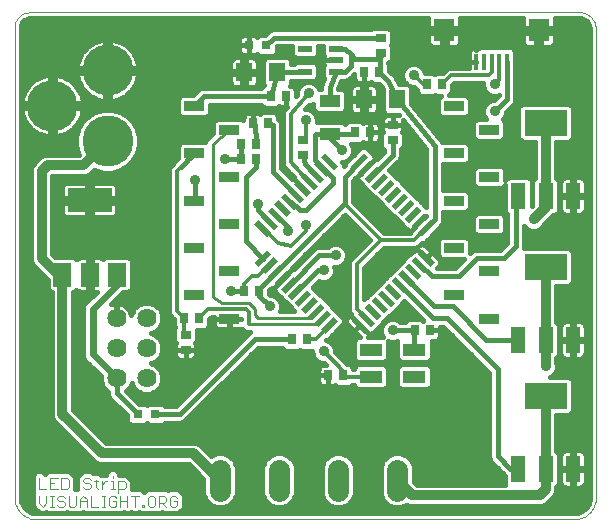
<source format=gtl>
G75*
G70*
%OFA0B0*%
%FSLAX24Y24*%
%IPPOS*%
%LPD*%
%AMOC8*
5,1,8,0,0,1.08239X$1,22.5*
%
%ADD10C,0.0000*%
%ADD11C,0.0030*%
%ADD12R,0.0276X0.0354*%
%ADD13R,0.0551X0.0630*%
%ADD14R,0.0354X0.0276*%
%ADD15R,0.0315X0.0315*%
%ADD16R,0.0591X0.0197*%
%ADD17R,0.0197X0.0591*%
%ADD18R,0.0748X0.0433*%
%ADD19R,0.0709X0.0394*%
%ADD20R,0.0472X0.0217*%
%ADD21R,0.0138X0.0551*%
%ADD22R,0.0709X0.0748*%
%ADD23R,0.0669X0.0335*%
%ADD24C,0.0640*%
%ADD25R,0.0480X0.0880*%
%ADD26R,0.1417X0.0866*%
%ADD27C,0.0705*%
%ADD28C,0.1700*%
%ADD29R,0.0591X0.0787*%
%ADD30R,0.1496X0.0787*%
%ADD31C,0.0160*%
%ADD32C,0.0120*%
%ADD33C,0.0356*%
%ADD34C,0.0100*%
%ADD35C,0.0240*%
%ADD36C,0.0320*%
D10*
X000963Y000480D02*
X018988Y000480D01*
X018988Y000481D02*
X019039Y000486D01*
X019089Y000495D01*
X019138Y000508D01*
X019187Y000524D01*
X019234Y000543D01*
X019279Y000566D01*
X019323Y000592D01*
X019365Y000621D01*
X019405Y000653D01*
X019442Y000687D01*
X019477Y000725D01*
X019509Y000764D01*
X019538Y000806D01*
X019564Y000850D01*
X019587Y000896D01*
X019607Y000943D01*
X019623Y000991D01*
X019635Y001040D01*
X019645Y001090D01*
X019650Y001141D01*
X019652Y001192D01*
X019650Y001243D01*
X019650Y016717D01*
X019656Y016764D01*
X019659Y016810D01*
X019658Y016857D01*
X019652Y016904D01*
X019643Y016950D01*
X019630Y016995D01*
X019614Y017039D01*
X019594Y017082D01*
X019570Y017122D01*
X019543Y017161D01*
X019513Y017197D01*
X019480Y017230D01*
X019445Y017261D01*
X019407Y017289D01*
X019367Y017313D01*
X019325Y017335D01*
X019282Y017352D01*
X019237Y017366D01*
X019191Y017376D01*
X000760Y017376D01*
X000718Y017374D01*
X000677Y017369D01*
X000636Y017360D01*
X000596Y017347D01*
X000557Y017331D01*
X000520Y017312D01*
X000485Y017289D01*
X000451Y017264D01*
X000421Y017235D01*
X000392Y017205D01*
X000367Y017171D01*
X000344Y017136D01*
X000325Y017099D01*
X000309Y017060D01*
X000296Y017020D01*
X000287Y016979D01*
X000282Y016938D01*
X000280Y016896D01*
X000280Y001263D01*
X000278Y001211D01*
X000280Y001158D01*
X000286Y001106D01*
X000295Y001054D01*
X000308Y001004D01*
X000325Y000954D01*
X000345Y000905D01*
X000369Y000859D01*
X000396Y000814D01*
X000426Y000771D01*
X000459Y000730D01*
X000495Y000692D01*
X000534Y000656D01*
X000574Y000623D01*
X000618Y000593D01*
X000663Y000567D01*
X000710Y000543D01*
X000758Y000524D01*
X000808Y000507D01*
X000859Y000494D01*
X000911Y000485D01*
X000963Y000480D01*
D11*
X001218Y000895D02*
X001342Y001018D01*
X001342Y001265D01*
X001463Y001265D02*
X001587Y001265D01*
X001525Y001265D02*
X001525Y000895D01*
X001463Y000895D02*
X001587Y000895D01*
X001709Y000957D02*
X001771Y000895D01*
X001894Y000895D01*
X001956Y000957D01*
X001956Y001018D01*
X001894Y001080D01*
X001771Y001080D01*
X001709Y001142D01*
X001709Y001204D01*
X001771Y001265D01*
X001894Y001265D01*
X001956Y001204D01*
X002077Y001265D02*
X002077Y000957D01*
X002139Y000895D01*
X002262Y000895D01*
X002324Y000957D01*
X002324Y001265D01*
X002445Y001142D02*
X002569Y001265D01*
X002692Y001142D01*
X002692Y000895D01*
X002814Y000895D02*
X003061Y000895D01*
X003182Y000895D02*
X003306Y000895D01*
X003244Y000895D02*
X003244Y001265D01*
X003182Y001265D02*
X003306Y001265D01*
X003428Y001204D02*
X003428Y000957D01*
X003489Y000895D01*
X003613Y000895D01*
X003675Y000957D01*
X003675Y001080D01*
X003551Y001080D01*
X003428Y001204D02*
X003489Y001265D01*
X003613Y001265D01*
X003675Y001204D01*
X003796Y001265D02*
X003796Y000895D01*
X003796Y001080D02*
X004043Y001080D01*
X004043Y001265D02*
X004043Y000895D01*
X004288Y000895D02*
X004288Y001265D01*
X004411Y001265D02*
X004164Y001265D01*
X003920Y001495D02*
X003735Y001495D01*
X003612Y001495D02*
X003489Y001495D01*
X003551Y001495D02*
X003551Y001742D01*
X003489Y001742D01*
X003367Y001742D02*
X003306Y001742D01*
X003182Y001618D01*
X003182Y001495D02*
X003182Y001742D01*
X003060Y001742D02*
X002937Y001742D01*
X002998Y001804D02*
X002998Y001557D01*
X003060Y001495D01*
X002815Y001557D02*
X002753Y001495D01*
X002630Y001495D01*
X002568Y001557D01*
X002630Y001680D02*
X002568Y001742D01*
X002568Y001804D01*
X002630Y001865D01*
X002753Y001865D01*
X002815Y001804D01*
X002753Y001680D02*
X002815Y001618D01*
X002815Y001557D01*
X002753Y001680D02*
X002630Y001680D01*
X002814Y001265D02*
X002814Y000895D01*
X002692Y001080D02*
X002445Y001080D01*
X002445Y001142D02*
X002445Y000895D01*
X002017Y001495D02*
X001832Y001495D01*
X001832Y001865D01*
X002017Y001865D01*
X002079Y001804D01*
X002079Y001557D01*
X002017Y001495D01*
X001710Y001495D02*
X001463Y001495D01*
X001463Y001865D01*
X001710Y001865D01*
X001587Y001680D02*
X001463Y001680D01*
X001342Y001495D02*
X001095Y001495D01*
X001095Y001865D01*
X001095Y001265D02*
X001095Y001018D01*
X001218Y000895D01*
X003551Y001865D02*
X003551Y001927D01*
X003735Y001742D02*
X003920Y001742D01*
X003981Y001680D01*
X003981Y001557D01*
X003920Y001495D01*
X003735Y001372D02*
X003735Y001742D01*
X004533Y000957D02*
X004594Y000957D01*
X004594Y000895D01*
X004533Y000895D01*
X004533Y000957D01*
X004717Y000957D02*
X004717Y001204D01*
X004778Y001265D01*
X004902Y001265D01*
X004964Y001204D01*
X004964Y000957D01*
X004902Y000895D01*
X004778Y000895D01*
X004717Y000957D01*
X005085Y001018D02*
X005270Y001018D01*
X005332Y001080D01*
X005332Y001204D01*
X005270Y001265D01*
X005085Y001265D01*
X005085Y000895D01*
X005209Y001018D02*
X005332Y000895D01*
X005453Y000957D02*
X005515Y000895D01*
X005639Y000895D01*
X005700Y000957D01*
X005700Y001080D01*
X005577Y001080D01*
X005700Y001204D02*
X005639Y001265D01*
X005515Y001265D01*
X005453Y001204D01*
X005453Y000957D01*
D12*
X010724Y005280D03*
X011236Y005280D03*
X010036Y006480D03*
X009524Y006480D03*
X008436Y008080D03*
X007924Y008080D03*
X006436Y007180D03*
X005924Y007180D03*
X007824Y012480D03*
X008336Y012480D03*
X008336Y012980D03*
X007824Y012980D03*
X008224Y013680D03*
X008736Y013680D03*
X008824Y014580D03*
X009336Y014580D03*
X011624Y013380D03*
X012136Y013380D03*
X014024Y014980D03*
X014536Y014980D03*
X012436Y015380D03*
X011924Y015380D03*
X013624Y006780D03*
X014136Y006780D03*
D13*
X013031Y014480D03*
X011929Y014480D03*
X009031Y015380D03*
X007929Y015380D03*
D14*
X009880Y013136D03*
X009880Y012624D03*
X012880Y013124D03*
X012880Y013636D03*
X012480Y016024D03*
X012480Y016536D03*
X005980Y006636D03*
X005980Y006124D03*
D15*
X004975Y003980D03*
X004385Y003980D03*
X008085Y016280D03*
X008675Y016280D03*
D16*
G36*
X010913Y012130D02*
X010496Y012545D01*
X010635Y012684D01*
X011052Y012269D01*
X010913Y012130D01*
G37*
G36*
X010691Y011907D02*
X010274Y012322D01*
X010413Y012461D01*
X010830Y012046D01*
X010691Y011907D01*
G37*
G36*
X010468Y011684D02*
X010051Y012099D01*
X010190Y012238D01*
X010607Y011823D01*
X010468Y011684D01*
G37*
G36*
X010246Y011461D02*
X009829Y011876D01*
X009968Y012015D01*
X010385Y011600D01*
X010246Y011461D01*
G37*
G36*
X010024Y011238D02*
X009607Y011653D01*
X009746Y011792D01*
X010163Y011377D01*
X010024Y011238D01*
G37*
G36*
X009802Y011015D02*
X009385Y011430D01*
X009524Y011569D01*
X009941Y011154D01*
X009802Y011015D01*
G37*
G36*
X009579Y010792D02*
X009162Y011207D01*
X009301Y011346D01*
X009718Y010931D01*
X009579Y010792D01*
G37*
G36*
X009357Y010569D02*
X008940Y010984D01*
X009079Y011123D01*
X009496Y010708D01*
X009357Y010569D01*
G37*
G36*
X009135Y010346D02*
X008718Y010761D01*
X008857Y010900D01*
X009274Y010485D01*
X009135Y010346D01*
G37*
G36*
X008912Y010122D02*
X008495Y010537D01*
X008634Y010676D01*
X009051Y010261D01*
X008912Y010122D01*
G37*
G36*
X008690Y009899D02*
X008273Y010314D01*
X008412Y010453D01*
X008829Y010038D01*
X008690Y009899D01*
G37*
G36*
X011925Y006676D02*
X011508Y007091D01*
X011647Y007230D01*
X012064Y006815D01*
X011925Y006676D01*
G37*
G36*
X012147Y006899D02*
X011730Y007314D01*
X011869Y007453D01*
X012286Y007038D01*
X012147Y006899D01*
G37*
G36*
X012370Y007122D02*
X011953Y007537D01*
X012092Y007676D01*
X012509Y007261D01*
X012370Y007122D01*
G37*
G36*
X012592Y007345D02*
X012175Y007760D01*
X012314Y007899D01*
X012731Y007484D01*
X012592Y007345D01*
G37*
G36*
X012814Y007568D02*
X012397Y007983D01*
X012536Y008122D01*
X012953Y007707D01*
X012814Y007568D01*
G37*
G36*
X013036Y007791D02*
X012619Y008206D01*
X012758Y008345D01*
X013175Y007930D01*
X013036Y007791D01*
G37*
G36*
X013259Y008014D02*
X012842Y008429D01*
X012981Y008568D01*
X013398Y008153D01*
X013259Y008014D01*
G37*
G36*
X013481Y008237D02*
X013064Y008652D01*
X013203Y008791D01*
X013620Y008376D01*
X013481Y008237D01*
G37*
G36*
X013703Y008460D02*
X013286Y008875D01*
X013425Y009014D01*
X013842Y008599D01*
X013703Y008460D01*
G37*
G36*
X013926Y008684D02*
X013509Y009099D01*
X013648Y009238D01*
X014065Y008823D01*
X013926Y008684D01*
G37*
G36*
X014148Y008907D02*
X013731Y009322D01*
X013870Y009461D01*
X014287Y009046D01*
X014148Y008907D01*
G37*
D17*
G36*
X013869Y009908D02*
X013730Y010047D01*
X014145Y010464D01*
X014284Y010325D01*
X013869Y009908D01*
G37*
G36*
X013646Y010130D02*
X013507Y010269D01*
X013922Y010686D01*
X014061Y010547D01*
X013646Y010130D01*
G37*
G36*
X013423Y010353D02*
X013284Y010492D01*
X013699Y010909D01*
X013838Y010770D01*
X013423Y010353D01*
G37*
G36*
X013200Y010575D02*
X013061Y010714D01*
X013476Y011131D01*
X013615Y010992D01*
X013200Y010575D01*
G37*
G36*
X012977Y010797D02*
X012838Y010936D01*
X013253Y011353D01*
X013392Y011214D01*
X012977Y010797D01*
G37*
G36*
X012754Y011019D02*
X012615Y011158D01*
X013030Y011575D01*
X013169Y011436D01*
X012754Y011019D01*
G37*
G36*
X012531Y011242D02*
X012392Y011381D01*
X012807Y011798D01*
X012946Y011659D01*
X012531Y011242D01*
G37*
G36*
X012308Y011464D02*
X012169Y011603D01*
X012584Y012020D01*
X012723Y011881D01*
X012308Y011464D01*
G37*
G36*
X012085Y011686D02*
X011946Y011825D01*
X012361Y012242D01*
X012500Y012103D01*
X012085Y011686D01*
G37*
G36*
X011861Y011909D02*
X011722Y012048D01*
X012137Y012465D01*
X012276Y012326D01*
X011861Y011909D01*
G37*
G36*
X011638Y012131D02*
X011499Y012270D01*
X011914Y012687D01*
X012053Y012548D01*
X011638Y012131D01*
G37*
G36*
X008415Y008896D02*
X008276Y009035D01*
X008691Y009452D01*
X008830Y009313D01*
X008415Y008896D01*
G37*
G36*
X008638Y008674D02*
X008499Y008813D01*
X008914Y009230D01*
X009053Y009091D01*
X008638Y008674D01*
G37*
G36*
X008861Y008451D02*
X008722Y008590D01*
X009137Y009007D01*
X009276Y008868D01*
X008861Y008451D01*
G37*
G36*
X009084Y008229D02*
X008945Y008368D01*
X009360Y008785D01*
X009499Y008646D01*
X009084Y008229D01*
G37*
G36*
X009307Y008007D02*
X009168Y008146D01*
X009583Y008563D01*
X009722Y008424D01*
X009307Y008007D01*
G37*
G36*
X009530Y007785D02*
X009391Y007924D01*
X009806Y008341D01*
X009945Y008202D01*
X009530Y007785D01*
G37*
G36*
X009753Y007562D02*
X009614Y007701D01*
X010029Y008118D01*
X010168Y007979D01*
X009753Y007562D01*
G37*
G36*
X009976Y007340D02*
X009837Y007479D01*
X010252Y007896D01*
X010391Y007757D01*
X009976Y007340D01*
G37*
G36*
X010199Y007118D02*
X010060Y007257D01*
X010475Y007674D01*
X010614Y007535D01*
X010199Y007118D01*
G37*
G36*
X010423Y006895D02*
X010284Y007034D01*
X010699Y007451D01*
X010838Y007312D01*
X010423Y006895D01*
G37*
G36*
X010646Y006673D02*
X010507Y006812D01*
X010922Y007229D01*
X011061Y007090D01*
X010646Y006673D01*
G37*
D18*
X012152Y006133D03*
X012152Y005227D03*
X013608Y005227D03*
X013608Y006133D03*
D19*
X010780Y013329D03*
X010780Y014431D03*
D20*
X010992Y015406D03*
X010992Y015780D03*
X010992Y016154D03*
X009968Y016154D03*
X009968Y015406D03*
D21*
X015668Y015737D03*
X015924Y015737D03*
X016180Y015737D03*
X016436Y015737D03*
X016692Y015737D03*
D22*
X017755Y016780D03*
X014605Y016780D03*
D23*
X014920Y014254D03*
X016101Y013467D03*
X014920Y012679D03*
X016101Y011892D03*
X014920Y011104D03*
X016101Y010317D03*
X014920Y009530D03*
X016101Y008742D03*
X014920Y007955D03*
X016101Y007167D03*
X007440Y007167D03*
X006259Y007955D03*
X007440Y008742D03*
X006259Y009530D03*
X007440Y010317D03*
X006259Y011104D03*
X007440Y011892D03*
X006259Y012679D03*
X007440Y013467D03*
X006259Y014254D03*
D24*
X004680Y007180D03*
X004680Y006180D03*
X004680Y005180D03*
X003680Y005180D03*
X003680Y006180D03*
X003680Y007180D03*
D25*
X017070Y006460D03*
X017980Y006460D03*
X018890Y006460D03*
X018890Y002160D03*
X017980Y002160D03*
X017070Y002160D03*
X017070Y011260D03*
X017980Y011260D03*
X018890Y011260D03*
D26*
X017980Y008900D03*
X017980Y004600D03*
X017980Y013700D03*
D27*
X013033Y002133D02*
X013033Y001428D01*
X011064Y001428D02*
X011064Y002133D01*
X009096Y002133D02*
X009096Y001428D01*
X007127Y001428D02*
X007127Y002133D01*
D28*
X003380Y013086D03*
X001530Y014267D03*
X003380Y015449D03*
D29*
X003686Y008640D03*
X002780Y008640D03*
X001874Y008640D03*
D30*
X002780Y011120D03*
D31*
X001061Y000749D02*
X000769Y000749D01*
X000686Y000790D02*
X000549Y000947D01*
X000483Y001144D01*
X000480Y001234D01*
X000480Y001256D01*
X000485Y001332D01*
X000480Y001338D01*
X000480Y016896D01*
X000485Y016951D01*
X000527Y017052D01*
X000604Y017129D01*
X000705Y017171D01*
X000760Y017176D01*
X014071Y017176D01*
X014071Y016860D01*
X014525Y016860D01*
X014525Y016700D01*
X014071Y016700D01*
X014071Y016382D01*
X014083Y016337D01*
X014107Y016295D01*
X014140Y016262D01*
X014181Y016238D01*
X014227Y016226D01*
X014525Y016226D01*
X014525Y016700D01*
X014685Y016700D01*
X014685Y016226D01*
X014983Y016226D01*
X015029Y016238D01*
X015070Y016262D01*
X015104Y016295D01*
X015127Y016337D01*
X015140Y016382D01*
X015140Y016700D01*
X014685Y016700D01*
X014685Y016860D01*
X015140Y016860D01*
X015140Y017176D01*
X017220Y017176D01*
X017220Y016860D01*
X017675Y016860D01*
X017675Y016700D01*
X017835Y016700D01*
X017835Y016860D01*
X018289Y016860D01*
X018289Y017176D01*
X019166Y017176D01*
X019225Y017160D01*
X019346Y017082D01*
X019428Y016964D01*
X019459Y016824D01*
X019458Y016807D01*
X019450Y016799D01*
X019450Y016734D01*
X019439Y016670D01*
X019450Y016654D01*
X019450Y001317D01*
X019445Y001311D01*
X019450Y001236D01*
X019450Y001171D01*
X019450Y001148D01*
X019411Y000992D01*
X019326Y000855D01*
X019203Y000752D01*
X019053Y000691D01*
X018977Y000680D01*
X000974Y000680D01*
X000873Y000697D01*
X000686Y000790D01*
X000584Y000907D02*
X000902Y000907D01*
X000880Y000929D02*
X001003Y000806D01*
X001129Y000680D01*
X001307Y000680D01*
X001341Y000713D01*
X001374Y000680D01*
X001676Y000680D01*
X001679Y000683D01*
X001682Y000680D01*
X001895Y000680D01*
X001983Y000680D01*
X001983Y000680D01*
X001983Y000680D01*
X002016Y000713D01*
X002050Y000680D01*
X002261Y000680D01*
X002351Y000680D01*
X002351Y000680D01*
X002351Y000680D01*
X002354Y000683D01*
X002356Y000680D01*
X002535Y000680D01*
X002569Y000714D01*
X002603Y000680D01*
X003395Y000680D01*
X003397Y000683D01*
X003400Y000680D01*
X003612Y000680D01*
X003702Y000680D01*
X003704Y000683D01*
X003707Y000680D01*
X003885Y000680D01*
X003919Y000714D01*
X003954Y000680D01*
X004132Y000680D01*
X004165Y000713D01*
X004199Y000680D01*
X004377Y000680D01*
X004410Y000713D01*
X004444Y000680D01*
X004683Y000680D01*
X004686Y000683D01*
X004689Y000680D01*
X004901Y000680D01*
X004991Y000680D01*
X004993Y000683D01*
X004996Y000680D01*
X005174Y000680D01*
X005209Y000714D01*
X005243Y000680D01*
X005421Y000680D01*
X005424Y000683D01*
X005426Y000680D01*
X005638Y000680D01*
X005728Y000680D01*
X005789Y000742D01*
X005789Y000742D01*
X005789Y000742D01*
X005854Y000806D01*
X005915Y000868D01*
X005915Y000958D01*
X005915Y001046D01*
X005915Y001293D01*
X005854Y001354D01*
X005728Y001480D01*
X005604Y001480D01*
X005514Y001480D01*
X005426Y001480D01*
X005393Y001447D01*
X005359Y001480D01*
X004996Y001480D01*
X004993Y001478D01*
X004991Y001480D01*
X004868Y001480D01*
X004868Y001480D01*
X004778Y001480D01*
X004689Y001480D01*
X004626Y001417D01*
X004595Y001386D01*
X004500Y001480D01*
X004196Y001480D01*
X004196Y001589D01*
X004196Y001646D01*
X004196Y001769D01*
X004071Y001895D01*
X004009Y001957D01*
X003766Y001957D01*
X003766Y002016D01*
X003640Y002142D01*
X003462Y002142D01*
X003336Y002016D01*
X003336Y001957D01*
X003149Y001957D01*
X003087Y002019D01*
X002909Y002019D01*
X002907Y002016D01*
X002842Y002080D01*
X002719Y002080D01*
X002719Y002080D01*
X002629Y002080D01*
X002541Y002080D01*
X002477Y002017D01*
X002415Y001954D01*
X002353Y001893D01*
X002353Y001893D01*
X002353Y001805D01*
X002353Y001743D01*
X002353Y001653D01*
X002353Y001653D01*
X002353Y001653D01*
X002357Y001649D01*
X002353Y001646D01*
X002353Y001480D01*
X002294Y001480D01*
X002294Y001558D01*
X002294Y001646D01*
X002294Y001893D01*
X002232Y001954D01*
X002106Y002080D01*
X001374Y002080D01*
X001279Y001985D01*
X001184Y002080D01*
X001006Y002080D01*
X000880Y001954D01*
X000880Y001406D01*
X000906Y001380D01*
X000880Y001354D01*
X000880Y000929D01*
X000880Y001066D02*
X000509Y001066D01*
X000480Y001224D02*
X000880Y001224D01*
X000903Y001383D02*
X000480Y001383D01*
X000480Y001541D02*
X000880Y001541D01*
X000880Y001700D02*
X000480Y001700D01*
X000480Y001858D02*
X000880Y001858D01*
X000942Y002017D02*
X000480Y002017D01*
X000480Y002175D02*
X006223Y002175D01*
X006078Y002320D02*
X006575Y001823D01*
X006575Y001318D01*
X006659Y001115D01*
X006814Y000959D01*
X007017Y000875D01*
X007237Y000875D01*
X007440Y000959D01*
X007596Y001115D01*
X007680Y001318D01*
X007680Y002242D01*
X007596Y002445D01*
X007440Y002601D01*
X007237Y002685D01*
X007017Y002685D01*
X006815Y002601D01*
X006431Y002985D01*
X006299Y003040D01*
X003329Y003040D01*
X002234Y004135D01*
X002234Y008046D01*
X002253Y008046D01*
X002341Y008135D01*
X002374Y008102D01*
X002415Y008078D01*
X002461Y008066D01*
X002712Y008066D01*
X002712Y008572D01*
X002848Y008572D01*
X002848Y008066D01*
X003014Y008066D01*
X002699Y007751D01*
X002609Y007661D01*
X002560Y007544D01*
X002560Y005916D01*
X002609Y005799D01*
X003160Y005247D01*
X003160Y005077D01*
X003239Y004885D01*
X003385Y004739D01*
X003400Y004733D01*
X003400Y004629D01*
X003443Y004526D01*
X004027Y003942D01*
X004027Y003740D01*
X004144Y003623D01*
X004625Y003623D01*
X004680Y003677D01*
X004735Y003623D01*
X005216Y003623D01*
X005293Y003700D01*
X005836Y003700D01*
X005939Y003743D01*
X008396Y006200D01*
X009206Y006200D01*
X009303Y006103D01*
X009745Y006103D01*
X009780Y006138D01*
X009815Y006103D01*
X010202Y006103D01*
X010202Y006005D01*
X010259Y005866D01*
X010366Y005759D01*
X010505Y005702D01*
X010590Y005702D01*
X010655Y005637D01*
X010563Y005637D01*
X010517Y005625D01*
X010476Y005601D01*
X010442Y005568D01*
X010419Y005527D01*
X010406Y005481D01*
X010406Y005280D01*
X010406Y005079D01*
X010419Y005033D01*
X010442Y004992D01*
X010476Y004959D01*
X010517Y004935D01*
X010563Y004923D01*
X010724Y004923D01*
X010724Y005280D01*
X010406Y005280D01*
X010724Y005280D01*
X010724Y005280D01*
X010724Y005280D01*
X010724Y004923D01*
X010886Y004923D01*
X010931Y004935D01*
X010964Y004954D01*
X011015Y004903D01*
X011457Y004903D01*
X011521Y004967D01*
X011578Y004967D01*
X011578Y004928D01*
X011695Y004811D01*
X012609Y004811D01*
X012726Y004928D01*
X012726Y005527D01*
X012609Y005644D01*
X011695Y005644D01*
X011578Y005527D01*
X011578Y005487D01*
X011574Y005487D01*
X011574Y005540D01*
X011457Y005657D01*
X011371Y005657D01*
X010958Y006070D01*
X010958Y006155D01*
X010901Y006294D01*
X010794Y006401D01*
X010658Y006457D01*
X010673Y006472D01*
X010728Y006472D01*
X011262Y007008D01*
X011262Y007174D01*
X011039Y007396D01*
X010815Y007618D01*
X010815Y007618D01*
X010592Y007841D01*
X010369Y008063D01*
X010214Y008218D01*
X010429Y008433D01*
X010505Y008402D01*
X010655Y008402D01*
X010794Y008459D01*
X010901Y008566D01*
X010958Y008705D01*
X010958Y008855D01*
X010939Y008902D01*
X011055Y008902D01*
X011194Y008959D01*
X011301Y009066D01*
X011358Y009205D01*
X011358Y009355D01*
X011301Y009494D01*
X011194Y009601D01*
X011055Y009658D01*
X010905Y009658D01*
X010766Y009601D01*
X010725Y009560D01*
X010385Y009560D01*
X010282Y009517D01*
X010203Y009439D01*
X009583Y008819D01*
X009557Y008844D01*
X009533Y008868D01*
X011279Y010613D01*
X012112Y009780D01*
X011533Y009200D01*
X011460Y009127D01*
X011420Y009032D01*
X011420Y007452D01*
X011460Y007357D01*
X011489Y007328D01*
X011449Y007288D01*
X011363Y007202D01*
X011339Y007161D01*
X011327Y007115D01*
X011327Y007067D01*
X011340Y007022D01*
X011363Y006981D01*
X011589Y006755D01*
X011796Y006549D01*
X011695Y006549D01*
X011578Y006432D01*
X011578Y005833D01*
X011695Y005716D01*
X012609Y005716D01*
X012726Y005833D01*
X012726Y006432D01*
X012721Y006436D01*
X012805Y006402D01*
X012955Y006402D01*
X013039Y006436D01*
X013034Y006432D01*
X013034Y005833D01*
X013151Y005716D01*
X014065Y005716D01*
X014182Y005833D01*
X014182Y006423D01*
X014297Y006423D01*
X014343Y006435D01*
X014384Y006459D01*
X014418Y006492D01*
X014441Y006533D01*
X014454Y006579D01*
X014454Y006780D01*
X014454Y006900D01*
X014564Y006900D01*
X016100Y005364D01*
X016100Y002524D01*
X016143Y002421D01*
X016563Y002001D01*
X016630Y001934D01*
X016630Y001640D01*
X013682Y001640D01*
X013585Y001737D01*
X013585Y002242D01*
X013501Y002445D01*
X013346Y002601D01*
X013143Y002685D01*
X012923Y002685D01*
X012720Y002601D01*
X012564Y002445D01*
X012480Y002242D01*
X012480Y001318D01*
X012564Y001115D01*
X012720Y000959D01*
X012923Y000875D01*
X013143Y000875D01*
X013346Y000959D01*
X013352Y000965D01*
X013461Y000920D01*
X017852Y000920D01*
X017984Y000975D01*
X018085Y001076D01*
X018285Y001276D01*
X018340Y001408D01*
X018340Y001557D01*
X018420Y001637D01*
X018420Y002683D01*
X018340Y002763D01*
X018340Y003967D01*
X018772Y003967D01*
X018889Y004084D01*
X018889Y005116D01*
X018772Y005233D01*
X018131Y005233D01*
X018194Y005259D01*
X018301Y005366D01*
X018358Y005505D01*
X018358Y005655D01*
X018340Y005699D01*
X018340Y005857D01*
X018420Y005937D01*
X018420Y006983D01*
X018340Y007063D01*
X018340Y008267D01*
X018772Y008267D01*
X018889Y008384D01*
X018889Y009416D01*
X018772Y009533D01*
X017260Y009533D01*
X017260Y010265D01*
X017366Y010159D01*
X017505Y010102D01*
X017655Y010102D01*
X017794Y010159D01*
X017901Y010266D01*
X017919Y010310D01*
X018229Y010620D01*
X018303Y010620D01*
X018420Y010737D01*
X018420Y011783D01*
X018340Y011863D01*
X018340Y013067D01*
X018772Y013067D01*
X018889Y013184D01*
X018889Y014216D01*
X018772Y014333D01*
X017188Y014333D01*
X017071Y014216D01*
X017071Y013184D01*
X017188Y013067D01*
X017620Y013067D01*
X017620Y011863D01*
X017540Y011783D01*
X017540Y010949D01*
X017510Y010919D01*
X017510Y011783D01*
X017393Y011900D01*
X016747Y011900D01*
X016636Y011788D01*
X016636Y012142D01*
X016519Y012259D01*
X015684Y012259D01*
X015567Y012142D01*
X015567Y011642D01*
X015684Y011524D01*
X016519Y011524D01*
X016630Y011636D01*
X016630Y010737D01*
X016700Y010667D01*
X016700Y009696D01*
X016464Y009460D01*
X015624Y009460D01*
X015521Y009417D01*
X015455Y009351D01*
X015455Y009780D01*
X015338Y009897D01*
X014503Y009897D01*
X014386Y009780D01*
X014386Y009279D01*
X014503Y009162D01*
X015266Y009162D01*
X014964Y008860D01*
X014358Y008860D01*
X014432Y008935D01*
X014456Y008976D01*
X014468Y009022D01*
X014468Y009069D01*
X014455Y009115D01*
X014432Y009156D01*
X014206Y009381D01*
X014009Y009184D01*
X014009Y009184D01*
X013672Y009519D01*
X013592Y009439D01*
X013564Y009439D01*
X013342Y009215D01*
X013119Y008992D01*
X012897Y008769D01*
X012897Y008769D01*
X012675Y008546D01*
X012675Y008546D01*
X012452Y008323D01*
X012230Y008100D01*
X012230Y008100D01*
X012008Y007877D01*
X012008Y007877D01*
X011940Y007809D01*
X011940Y008872D01*
X012588Y009520D01*
X013632Y009520D01*
X013702Y009549D01*
X013672Y009519D01*
X014009Y009184D01*
X014206Y009381D01*
X013980Y009606D01*
X013939Y009630D01*
X013893Y009642D01*
X013845Y009642D01*
X013800Y009629D01*
X013794Y009626D01*
X013800Y009633D01*
X013875Y009707D01*
X013952Y009707D01*
X014486Y010243D01*
X014486Y010290D01*
X014517Y010321D01*
X014560Y010424D01*
X014560Y010737D01*
X015338Y010737D01*
X015455Y010854D01*
X015455Y011355D01*
X015338Y011472D01*
X014560Y011472D01*
X014560Y012312D01*
X015338Y012312D01*
X015455Y012429D01*
X015455Y012929D01*
X015338Y013047D01*
X014538Y013047D01*
X014533Y013064D01*
X014523Y013076D01*
X014517Y013090D01*
X014496Y013111D01*
X014496Y013112D02*
X015672Y013112D01*
X015684Y013099D02*
X016519Y013099D01*
X016636Y013216D01*
X016636Y013717D01*
X016544Y013809D01*
X016601Y013866D01*
X016658Y014005D01*
X016658Y014062D01*
X016929Y014333D01*
X016972Y014436D01*
X016972Y015792D01*
X016961Y015819D01*
X016961Y016095D01*
X016844Y016212D01*
X015772Y016212D01*
X015752Y016192D01*
X015668Y016192D01*
X015576Y016192D01*
X015530Y016180D01*
X015489Y016156D01*
X015455Y016123D01*
X015432Y016082D01*
X015419Y016036D01*
X015419Y015737D01*
X015655Y015737D01*
X015655Y015737D01*
X015419Y015737D01*
X015419Y015540D01*
X014784Y015540D01*
X014689Y015500D01*
X014545Y015357D01*
X014315Y015357D01*
X014280Y015322D01*
X014245Y015357D01*
X013957Y015357D01*
X013901Y015494D01*
X013794Y015601D01*
X013655Y015658D01*
X013505Y015658D01*
X013366Y015601D01*
X013259Y015494D01*
X013202Y015355D01*
X013202Y015205D01*
X013259Y015066D01*
X013330Y014995D01*
X013088Y014995D01*
X012986Y015201D01*
X012969Y015243D01*
X012962Y015250D01*
X012957Y015259D01*
X012922Y015289D01*
X012774Y015438D01*
X012774Y015640D01*
X012737Y015677D01*
X012738Y015686D01*
X012740Y015686D01*
X012857Y015803D01*
X012857Y016245D01*
X012822Y016280D01*
X012857Y016315D01*
X012857Y016757D01*
X014525Y016757D01*
X014525Y016599D02*
X014685Y016599D01*
X014685Y016757D02*
X017675Y016757D01*
X017675Y016700D02*
X017220Y016700D01*
X017220Y016382D01*
X017233Y016337D01*
X017256Y016295D01*
X017290Y016262D01*
X017331Y016238D01*
X017377Y016226D01*
X017675Y016226D01*
X017675Y016700D01*
X017675Y016599D02*
X017835Y016599D01*
X017835Y016700D02*
X017835Y016226D01*
X018133Y016226D01*
X018179Y016238D01*
X018220Y016262D01*
X018253Y016295D01*
X018277Y016337D01*
X018289Y016382D01*
X018289Y016700D01*
X017835Y016700D01*
X017835Y016757D02*
X019450Y016757D01*
X019450Y016599D02*
X018289Y016599D01*
X018289Y016440D02*
X019450Y016440D01*
X019450Y016282D02*
X018239Y016282D01*
X017835Y016282D02*
X017675Y016282D01*
X017675Y016440D02*
X017835Y016440D01*
X017270Y016282D02*
X015090Y016282D01*
X015140Y016440D02*
X017220Y016440D01*
X017220Y016599D02*
X015140Y016599D01*
X015140Y016916D02*
X017220Y016916D01*
X017220Y017074D02*
X015140Y017074D01*
X014685Y016440D02*
X014525Y016440D01*
X014525Y016282D02*
X014685Y016282D01*
X014121Y016282D02*
X012823Y016282D01*
X012857Y016440D02*
X014071Y016440D01*
X014071Y016599D02*
X012857Y016599D01*
X012857Y016757D02*
X012740Y016874D01*
X012220Y016874D01*
X012162Y016816D01*
X008875Y016816D01*
X008773Y016773D01*
X008637Y016637D01*
X008435Y016637D01*
X008366Y016568D01*
X008353Y016582D01*
X008312Y016605D01*
X008266Y016617D01*
X008085Y016617D01*
X008085Y016280D01*
X008085Y015943D01*
X008266Y015943D01*
X008312Y015955D01*
X008353Y015978D01*
X008366Y015992D01*
X008435Y015923D01*
X008916Y015923D01*
X009033Y016040D01*
X009033Y016242D01*
X009047Y016256D01*
X009532Y016256D01*
X009532Y015963D01*
X009649Y015846D01*
X010287Y015846D01*
X010404Y015963D01*
X010404Y016256D01*
X010556Y016256D01*
X010556Y015963D01*
X010582Y015936D01*
X010576Y015912D01*
X010576Y015780D01*
X010576Y015648D01*
X010582Y015624D01*
X010556Y015597D01*
X010556Y015215D01*
X010594Y015177D01*
X010522Y015004D01*
X010500Y014950D01*
X010500Y014950D01*
X010500Y014950D01*
X010500Y014894D01*
X010500Y014828D01*
X010428Y014828D01*
X010401Y014894D01*
X010294Y015001D01*
X010155Y015058D01*
X010005Y015058D01*
X009866Y015001D01*
X009759Y014894D01*
X009702Y014755D01*
X009702Y014638D01*
X009654Y014582D01*
X009654Y014781D01*
X009641Y014827D01*
X009618Y014868D01*
X009584Y014901D01*
X009543Y014925D01*
X009497Y014937D01*
X009462Y014937D01*
X009507Y014982D01*
X009507Y015100D01*
X009647Y015100D01*
X009649Y015098D01*
X010287Y015098D01*
X010404Y015215D01*
X010404Y015597D01*
X010287Y015714D01*
X009649Y015714D01*
X009595Y015660D01*
X009507Y015660D01*
X009507Y015778D01*
X009390Y015895D01*
X008673Y015895D01*
X008556Y015778D01*
X008556Y014982D01*
X008592Y014946D01*
X008506Y014860D01*
X006529Y014860D01*
X006426Y014817D01*
X006230Y014621D01*
X005841Y014621D01*
X005724Y014504D01*
X005724Y014004D01*
X005841Y013887D01*
X006676Y013887D01*
X006793Y014004D01*
X006793Y014300D01*
X008506Y014300D01*
X008603Y014203D01*
X009045Y014203D01*
X009096Y014254D01*
X009129Y014235D01*
X009174Y014223D01*
X009336Y014223D01*
X009346Y014223D01*
X009289Y014157D01*
X009260Y014127D01*
X009256Y014118D01*
X009249Y014110D01*
X009236Y014070D01*
X009220Y014032D01*
X009220Y014021D01*
X009217Y014012D01*
X009220Y013970D01*
X009220Y012383D01*
X009219Y012335D01*
X009220Y012332D01*
X009220Y012328D01*
X009239Y012284D01*
X009256Y012238D01*
X009258Y012236D01*
X009260Y012233D01*
X009294Y012198D01*
X009543Y011936D01*
X009545Y011933D01*
X009579Y011898D01*
X009587Y011890D01*
X009548Y011850D01*
X009524Y011826D01*
X009160Y012190D01*
X009160Y013572D01*
X009161Y013575D01*
X009161Y013596D01*
X009164Y013607D01*
X009160Y013649D01*
X009160Y013680D01*
X009159Y013683D01*
X009159Y013686D01*
X009156Y013692D01*
X009153Y013718D01*
X009101Y013816D01*
X009074Y013839D01*
X009074Y013940D01*
X008957Y014057D01*
X008515Y014057D01*
X008464Y014006D01*
X008431Y014025D01*
X008386Y014037D01*
X008224Y014037D01*
X008063Y014037D01*
X008017Y014025D01*
X007976Y014001D01*
X007942Y013968D01*
X007919Y013927D01*
X007906Y013881D01*
X007906Y013785D01*
X007857Y013834D01*
X007022Y013834D01*
X006905Y013717D01*
X006905Y013351D01*
X006750Y013224D01*
X006738Y013219D01*
X006712Y013192D01*
X006683Y013168D01*
X006677Y013157D01*
X006668Y013148D01*
X006654Y013114D01*
X006636Y013081D01*
X006635Y013068D01*
X006630Y013056D01*
X006630Y013047D01*
X005841Y013047D01*
X005724Y012929D01*
X005724Y012520D01*
X005587Y012383D01*
X005567Y012334D01*
X005460Y012227D01*
X005420Y012132D01*
X005420Y007372D01*
X005460Y007277D01*
X005533Y007204D01*
X005586Y007150D01*
X005586Y006920D01*
X005626Y006880D01*
X005603Y006857D01*
X005603Y006415D01*
X005654Y006364D01*
X005635Y006331D01*
X005623Y006286D01*
X005623Y006124D01*
X005623Y005963D01*
X005635Y005917D01*
X005659Y005876D01*
X005692Y005842D01*
X005733Y005819D01*
X005779Y005806D01*
X005980Y005806D01*
X006181Y005806D01*
X006227Y005819D01*
X006268Y005842D01*
X006301Y005876D01*
X006325Y005917D01*
X006337Y005963D01*
X006337Y006124D01*
X005980Y006124D01*
X005980Y005806D01*
X005980Y006124D01*
X005980Y006124D01*
X005980Y006124D01*
X005623Y006124D01*
X005980Y006124D01*
X005980Y006124D01*
X006337Y006124D01*
X006337Y006286D01*
X006325Y006331D01*
X006306Y006364D01*
X006357Y006415D01*
X006357Y006803D01*
X006657Y006803D01*
X006774Y006920D01*
X006774Y007150D01*
X006844Y007220D01*
X006925Y007220D01*
X006925Y007171D01*
X007436Y007171D01*
X007436Y007164D01*
X006925Y007164D01*
X006925Y006976D01*
X006937Y006931D01*
X006961Y006890D01*
X006995Y006856D01*
X007036Y006832D01*
X007081Y006820D01*
X007436Y006820D01*
X007436Y007164D01*
X007444Y007164D01*
X007820Y007164D01*
X007820Y007171D01*
X007444Y007171D01*
X007444Y007164D01*
X007444Y006820D01*
X007798Y006820D01*
X007844Y006832D01*
X007857Y006840D01*
X007860Y006833D01*
X007933Y006760D01*
X008028Y006720D01*
X008128Y006720D01*
X008121Y006717D01*
X008043Y006639D01*
X005664Y004260D01*
X005293Y004260D01*
X005216Y004337D01*
X004735Y004337D01*
X004680Y004283D01*
X004625Y004337D01*
X004423Y004337D01*
X003998Y004763D01*
X004121Y004885D01*
X004180Y005028D01*
X004180Y005028D01*
X004239Y004885D01*
X004385Y004739D01*
X004577Y004660D01*
X004783Y004660D01*
X004975Y004739D01*
X005121Y004885D01*
X005200Y005077D01*
X005200Y005283D01*
X005121Y005475D01*
X004975Y005621D01*
X004832Y005680D01*
X004975Y005739D01*
X005121Y005885D01*
X005200Y006077D01*
X005200Y006283D01*
X005121Y006475D01*
X004975Y006621D01*
X004832Y006680D01*
X004975Y006739D01*
X005121Y006885D01*
X005200Y007077D01*
X005200Y007283D01*
X005121Y007475D01*
X004975Y007621D01*
X004783Y007700D01*
X004577Y007700D01*
X004385Y007621D01*
X004239Y007475D01*
X004167Y007300D01*
X004143Y007372D01*
X004108Y007442D01*
X004061Y007506D01*
X004006Y007561D01*
X003942Y007608D01*
X003872Y007643D01*
X003797Y007668D01*
X003719Y007680D01*
X003689Y007680D01*
X003689Y007189D01*
X003671Y007189D01*
X003671Y007680D01*
X003641Y007680D01*
X003563Y007668D01*
X003500Y007647D01*
X003899Y008046D01*
X004064Y008046D01*
X004181Y008163D01*
X004181Y009116D01*
X004064Y009234D01*
X003307Y009234D01*
X003219Y009145D01*
X003186Y009178D01*
X003145Y009201D01*
X003099Y009214D01*
X002848Y009214D01*
X002848Y008707D01*
X002712Y008707D01*
X002712Y009214D01*
X002461Y009214D01*
X002415Y009201D01*
X002374Y009178D01*
X002341Y009145D01*
X002253Y009234D01*
X001636Y009234D01*
X001540Y009329D01*
X001540Y011920D01*
X002645Y011920D01*
X002778Y011975D01*
X002879Y012076D01*
X002934Y012131D01*
X002975Y012108D01*
X003242Y012036D01*
X003518Y012036D01*
X003785Y012108D01*
X004025Y012246D01*
X004220Y012442D01*
X004358Y012681D01*
X004430Y012948D01*
X004430Y013225D01*
X004358Y013492D01*
X004220Y013731D01*
X004025Y013927D01*
X003785Y014065D01*
X003518Y014136D01*
X003242Y014136D01*
X002975Y014065D01*
X002735Y013927D01*
X002540Y013731D01*
X002402Y013492D01*
X002330Y013225D01*
X002330Y012948D01*
X002402Y012681D01*
X002425Y012640D01*
X002425Y012640D01*
X001308Y012640D01*
X001176Y012585D01*
X000976Y012385D01*
X000875Y012284D01*
X000820Y012152D01*
X000820Y009108D01*
X000875Y008976D01*
X001379Y008472D01*
X001379Y008163D01*
X001496Y008046D01*
X001514Y008046D01*
X001514Y003914D01*
X001569Y003782D01*
X002875Y002476D01*
X002976Y002375D01*
X003108Y002320D01*
X006078Y002320D01*
X006382Y002017D02*
X003765Y002017D01*
X004108Y001858D02*
X006540Y001858D01*
X006575Y001700D02*
X004196Y001700D01*
X004196Y001646D02*
X004196Y001646D01*
X004196Y001541D02*
X006575Y001541D01*
X006575Y001383D02*
X005825Y001383D01*
X005915Y001224D02*
X006614Y001224D01*
X006708Y001066D02*
X005915Y001066D01*
X005915Y001046D02*
X005915Y001046D01*
X005915Y000907D02*
X006940Y000907D01*
X007314Y000907D02*
X008909Y000907D01*
X008986Y000875D02*
X008783Y000959D01*
X008627Y001115D01*
X008543Y001318D01*
X008543Y002242D01*
X008627Y002445D01*
X008783Y002601D01*
X008986Y002685D01*
X009206Y002685D01*
X009409Y002601D01*
X009564Y002445D01*
X009648Y002242D01*
X009648Y001318D01*
X009564Y001115D01*
X009409Y000959D01*
X009206Y000875D01*
X008986Y000875D01*
X009283Y000907D02*
X010877Y000907D01*
X010954Y000875D02*
X010751Y000959D01*
X010596Y001115D01*
X010512Y001318D01*
X010512Y002242D01*
X010596Y002445D01*
X010751Y002601D01*
X010954Y002685D01*
X011174Y002685D01*
X011377Y002601D01*
X011533Y002445D01*
X011617Y002242D01*
X011617Y001318D01*
X011533Y001115D01*
X011377Y000959D01*
X011174Y000875D01*
X010954Y000875D01*
X011251Y000907D02*
X012846Y000907D01*
X012613Y001066D02*
X011484Y001066D01*
X011578Y001224D02*
X012519Y001224D01*
X012480Y001383D02*
X011617Y001383D01*
X011617Y001541D02*
X012480Y001541D01*
X012480Y001700D02*
X011617Y001700D01*
X011617Y001858D02*
X012480Y001858D01*
X012480Y002017D02*
X011617Y002017D01*
X011617Y002175D02*
X012480Y002175D01*
X012518Y002334D02*
X011579Y002334D01*
X011486Y002492D02*
X012611Y002492D01*
X012840Y002651D02*
X011257Y002651D01*
X010871Y002651D02*
X009289Y002651D01*
X009518Y002492D02*
X010642Y002492D01*
X010549Y002334D02*
X009611Y002334D01*
X009648Y002175D02*
X010512Y002175D01*
X010512Y002017D02*
X009648Y002017D01*
X009648Y001858D02*
X010512Y001858D01*
X010512Y001700D02*
X009648Y001700D01*
X009648Y001541D02*
X010512Y001541D01*
X010512Y001383D02*
X009648Y001383D01*
X009609Y001224D02*
X010551Y001224D01*
X010645Y001066D02*
X009515Y001066D01*
X008676Y001066D02*
X007547Y001066D01*
X007641Y001224D02*
X008582Y001224D01*
X008543Y001383D02*
X007680Y001383D01*
X007680Y001541D02*
X008543Y001541D01*
X008543Y001700D02*
X007680Y001700D01*
X007680Y001858D02*
X008543Y001858D01*
X008543Y002017D02*
X007680Y002017D01*
X007680Y002175D02*
X008543Y002175D01*
X008581Y002334D02*
X007642Y002334D01*
X007549Y002492D02*
X008674Y002492D01*
X008903Y002651D02*
X007320Y002651D01*
X006934Y002651D02*
X006766Y002651D01*
X006607Y002809D02*
X016100Y002809D01*
X016100Y002651D02*
X013226Y002651D01*
X013455Y002492D02*
X016113Y002492D01*
X016231Y002334D02*
X013548Y002334D01*
X013585Y002175D02*
X016389Y002175D01*
X016548Y002017D02*
X013585Y002017D01*
X013585Y001858D02*
X016630Y001858D01*
X016630Y001700D02*
X013622Y001700D01*
X013220Y000907D02*
X019358Y000907D01*
X019429Y001066D02*
X018075Y001066D01*
X018233Y001224D02*
X019450Y001224D01*
X019450Y001383D02*
X018329Y001383D01*
X018340Y001541D02*
X018622Y001541D01*
X018626Y001540D02*
X018850Y001540D01*
X018850Y002120D01*
X018930Y002120D01*
X018930Y002200D01*
X019310Y002200D01*
X019310Y002624D01*
X019298Y002669D01*
X019274Y002710D01*
X019240Y002744D01*
X019199Y002768D01*
X019154Y002780D01*
X018930Y002780D01*
X018930Y002200D01*
X018850Y002200D01*
X018850Y002780D01*
X018626Y002780D01*
X018580Y002768D01*
X018539Y002744D01*
X018506Y002710D01*
X018482Y002669D01*
X018470Y002624D01*
X018470Y002200D01*
X018850Y002200D01*
X018850Y002120D01*
X018470Y002120D01*
X018470Y001696D01*
X018482Y001650D01*
X018506Y001609D01*
X018539Y001576D01*
X018580Y001552D01*
X018626Y001540D01*
X018470Y001700D02*
X018420Y001700D01*
X018420Y001858D02*
X018470Y001858D01*
X018470Y002017D02*
X018420Y002017D01*
X018420Y002175D02*
X018850Y002175D01*
X018930Y002175D02*
X019450Y002175D01*
X019310Y002120D02*
X018930Y002120D01*
X018930Y001540D01*
X019154Y001540D01*
X019199Y001552D01*
X019240Y001576D01*
X019274Y001609D01*
X019298Y001650D01*
X019310Y001696D01*
X019310Y002120D01*
X019310Y002017D02*
X019450Y002017D01*
X019450Y001858D02*
X019310Y001858D01*
X019310Y001700D02*
X019450Y001700D01*
X019450Y001541D02*
X019157Y001541D01*
X018930Y001541D02*
X018850Y001541D01*
X018850Y001700D02*
X018930Y001700D01*
X018930Y001858D02*
X018850Y001858D01*
X018850Y002017D02*
X018930Y002017D01*
X018930Y002334D02*
X018850Y002334D01*
X018850Y002492D02*
X018930Y002492D01*
X018930Y002651D02*
X018850Y002651D01*
X018477Y002651D02*
X018420Y002651D01*
X018420Y002492D02*
X018470Y002492D01*
X018470Y002334D02*
X018420Y002334D01*
X018340Y002809D02*
X019450Y002809D01*
X019450Y002651D02*
X019303Y002651D01*
X019310Y002492D02*
X019450Y002492D01*
X019450Y002334D02*
X019310Y002334D01*
X019450Y002968D02*
X018340Y002968D01*
X018340Y003126D02*
X019450Y003126D01*
X019450Y003285D02*
X018340Y003285D01*
X018340Y003443D02*
X019450Y003443D01*
X019450Y003602D02*
X018340Y003602D01*
X018340Y003760D02*
X019450Y003760D01*
X019450Y003919D02*
X018340Y003919D01*
X018882Y004077D02*
X019450Y004077D01*
X019450Y004236D02*
X018889Y004236D01*
X018889Y004394D02*
X019450Y004394D01*
X019450Y004553D02*
X018889Y004553D01*
X018889Y004711D02*
X019450Y004711D01*
X019450Y004870D02*
X018889Y004870D01*
X018889Y005028D02*
X019450Y005028D01*
X019450Y005187D02*
X018818Y005187D01*
X018358Y005504D02*
X019450Y005504D01*
X019450Y005662D02*
X018355Y005662D01*
X018340Y005821D02*
X019450Y005821D01*
X019450Y005979D02*
X019305Y005979D01*
X019310Y005996D02*
X019310Y006420D01*
X018930Y006420D01*
X018930Y006500D01*
X019310Y006500D01*
X019310Y006924D01*
X019298Y006969D01*
X019274Y007010D01*
X019240Y007044D01*
X019199Y007068D01*
X019154Y007080D01*
X018930Y007080D01*
X018930Y006500D01*
X018850Y006500D01*
X018850Y007080D01*
X018626Y007080D01*
X018580Y007068D01*
X018539Y007044D01*
X018506Y007010D01*
X018482Y006969D01*
X018470Y006924D01*
X018470Y006500D01*
X018850Y006500D01*
X018850Y006420D01*
X018930Y006420D01*
X018930Y005840D01*
X019154Y005840D01*
X019199Y005852D01*
X019240Y005876D01*
X019274Y005909D01*
X019298Y005950D01*
X019310Y005996D01*
X019310Y006138D02*
X019450Y006138D01*
X019450Y006296D02*
X019310Y006296D01*
X019450Y006455D02*
X018930Y006455D01*
X018850Y006455D02*
X018420Y006455D01*
X018470Y006420D02*
X018470Y005996D01*
X018482Y005950D01*
X018506Y005909D01*
X018539Y005876D01*
X018580Y005852D01*
X018626Y005840D01*
X018850Y005840D01*
X018850Y006420D01*
X018470Y006420D01*
X018470Y006296D02*
X018420Y006296D01*
X018420Y006138D02*
X018470Y006138D01*
X018475Y005979D02*
X018420Y005979D01*
X018850Y005979D02*
X018930Y005979D01*
X018930Y006138D02*
X018850Y006138D01*
X018850Y006296D02*
X018930Y006296D01*
X018930Y006613D02*
X018850Y006613D01*
X018850Y006772D02*
X018930Y006772D01*
X018930Y006930D02*
X018850Y006930D01*
X018472Y006930D02*
X018420Y006930D01*
X018420Y006772D02*
X018470Y006772D01*
X018470Y006613D02*
X018420Y006613D01*
X018340Y007089D02*
X019450Y007089D01*
X019450Y007247D02*
X018340Y007247D01*
X018340Y007406D02*
X019450Y007406D01*
X019450Y007564D02*
X018340Y007564D01*
X018340Y007723D02*
X019450Y007723D01*
X019450Y007881D02*
X018340Y007881D01*
X018340Y008040D02*
X019450Y008040D01*
X019450Y008198D02*
X018340Y008198D01*
X018861Y008357D02*
X019450Y008357D01*
X019450Y008515D02*
X018889Y008515D01*
X018889Y008674D02*
X019450Y008674D01*
X019450Y008832D02*
X018889Y008832D01*
X018889Y008991D02*
X019450Y008991D01*
X019450Y009149D02*
X018889Y009149D01*
X018889Y009308D02*
X019450Y009308D01*
X019450Y009466D02*
X018839Y009466D01*
X019450Y009625D02*
X017260Y009625D01*
X017260Y009783D02*
X019450Y009783D01*
X019450Y009942D02*
X017260Y009942D01*
X017260Y010100D02*
X019450Y010100D01*
X019450Y010259D02*
X017893Y010259D01*
X018026Y010417D02*
X019450Y010417D01*
X019450Y010576D02*
X018185Y010576D01*
X018417Y010734D02*
X018492Y010734D01*
X018482Y010750D02*
X018506Y010709D01*
X018539Y010676D01*
X018580Y010652D01*
X018626Y010640D01*
X018850Y010640D01*
X018850Y011220D01*
X018930Y011220D01*
X018930Y011300D01*
X019310Y011300D01*
X019310Y011724D01*
X019298Y011769D01*
X019274Y011810D01*
X019240Y011844D01*
X019199Y011868D01*
X019154Y011880D01*
X018930Y011880D01*
X018930Y011300D01*
X018850Y011300D01*
X018850Y011880D01*
X018626Y011880D01*
X018580Y011868D01*
X018539Y011844D01*
X018506Y011810D01*
X018482Y011769D01*
X018470Y011724D01*
X018470Y011300D01*
X018850Y011300D01*
X018850Y011220D01*
X018470Y011220D01*
X018470Y010796D01*
X018482Y010750D01*
X018470Y010893D02*
X018420Y010893D01*
X018420Y011051D02*
X018470Y011051D01*
X018470Y011210D02*
X018420Y011210D01*
X018420Y011368D02*
X018470Y011368D01*
X018470Y011527D02*
X018420Y011527D01*
X018420Y011685D02*
X018470Y011685D01*
X018539Y011844D02*
X018359Y011844D01*
X018340Y012002D02*
X019450Y012002D01*
X019450Y011844D02*
X019241Y011844D01*
X019310Y011685D02*
X019450Y011685D01*
X019450Y011527D02*
X019310Y011527D01*
X019310Y011368D02*
X019450Y011368D01*
X019450Y011210D02*
X019310Y011210D01*
X019310Y011220D02*
X018930Y011220D01*
X018930Y010640D01*
X019154Y010640D01*
X019199Y010652D01*
X019240Y010676D01*
X019274Y010709D01*
X019298Y010750D01*
X019310Y010796D01*
X019310Y011220D01*
X019310Y011051D02*
X019450Y011051D01*
X019450Y010893D02*
X019310Y010893D01*
X019288Y010734D02*
X019450Y010734D01*
X018930Y010734D02*
X018850Y010734D01*
X018850Y010893D02*
X018930Y010893D01*
X018930Y011051D02*
X018850Y011051D01*
X018850Y011210D02*
X018930Y011210D01*
X018930Y011368D02*
X018850Y011368D01*
X018850Y011527D02*
X018930Y011527D01*
X018930Y011685D02*
X018850Y011685D01*
X018850Y011844D02*
X018930Y011844D01*
X019450Y012161D02*
X018340Y012161D01*
X018340Y012319D02*
X019450Y012319D01*
X019450Y012478D02*
X018340Y012478D01*
X018340Y012636D02*
X019450Y012636D01*
X019450Y012795D02*
X018340Y012795D01*
X018340Y012953D02*
X019450Y012953D01*
X019450Y013112D02*
X018816Y013112D01*
X018889Y013270D02*
X019450Y013270D01*
X019450Y013429D02*
X018889Y013429D01*
X018889Y013587D02*
X019450Y013587D01*
X019450Y013746D02*
X018889Y013746D01*
X018889Y013904D02*
X019450Y013904D01*
X019450Y014063D02*
X018889Y014063D01*
X018884Y014221D02*
X019450Y014221D01*
X019450Y014380D02*
X016948Y014380D01*
X016972Y014538D02*
X019450Y014538D01*
X019450Y014697D02*
X016972Y014697D01*
X016972Y014855D02*
X019450Y014855D01*
X019450Y015014D02*
X016972Y015014D01*
X016972Y015172D02*
X019450Y015172D01*
X019450Y015331D02*
X016972Y015331D01*
X016972Y015489D02*
X019450Y015489D01*
X019450Y015648D02*
X016972Y015648D01*
X016966Y015806D02*
X019450Y015806D01*
X019450Y015965D02*
X016961Y015965D01*
X016933Y016123D02*
X019450Y016123D01*
X019439Y016916D02*
X018289Y016916D01*
X018289Y017074D02*
X019351Y017074D01*
X016692Y015737D02*
X016692Y014492D01*
X016280Y014080D01*
X015929Y014221D02*
X015455Y014221D01*
X015455Y014063D02*
X015902Y014063D01*
X015902Y014005D02*
X015902Y014155D01*
X015959Y014294D01*
X016066Y014401D01*
X016205Y014458D01*
X016262Y014458D01*
X016412Y014608D01*
X016412Y014625D01*
X016355Y014602D01*
X016205Y014602D01*
X016066Y014659D01*
X015959Y014766D01*
X015902Y014905D01*
X015902Y015020D01*
X014944Y015020D01*
X014874Y014950D01*
X014874Y014720D01*
X014775Y014621D01*
X015338Y014621D01*
X015455Y014504D01*
X015455Y014004D01*
X015338Y013887D01*
X014503Y013887D01*
X014386Y014004D01*
X014386Y014504D01*
X014484Y014603D01*
X014315Y014603D01*
X014280Y014638D01*
X014245Y014603D01*
X013803Y014603D01*
X013686Y014720D01*
X013686Y014806D01*
X013590Y014902D01*
X013505Y014902D01*
X013467Y014918D01*
X013507Y014878D01*
X013507Y014336D01*
X014462Y013152D01*
X014492Y013122D01*
X014496Y013111D01*
X014366Y013270D02*
X015567Y013270D01*
X015567Y013216D02*
X015684Y013099D01*
X015567Y013216D02*
X015567Y013717D01*
X015684Y013834D01*
X015991Y013834D01*
X015959Y013866D01*
X015902Y014005D01*
X015944Y013904D02*
X015355Y013904D01*
X015595Y013746D02*
X013983Y013746D01*
X013855Y013904D02*
X014485Y013904D01*
X014386Y014063D02*
X013727Y014063D01*
X013600Y014221D02*
X014386Y014221D01*
X014386Y014380D02*
X013507Y014380D01*
X013507Y014538D02*
X014419Y014538D01*
X014850Y014697D02*
X016029Y014697D01*
X015922Y014855D02*
X014874Y014855D01*
X014937Y015014D02*
X015902Y015014D01*
X016342Y014538D02*
X015421Y014538D01*
X015455Y014380D02*
X016045Y014380D01*
X016659Y014063D02*
X017071Y014063D01*
X017076Y014221D02*
X016817Y014221D01*
X016616Y013904D02*
X017071Y013904D01*
X017071Y013746D02*
X016607Y013746D01*
X016636Y013587D02*
X017071Y013587D01*
X017071Y013429D02*
X016636Y013429D01*
X016636Y013270D02*
X017071Y013270D01*
X017144Y013112D02*
X016531Y013112D01*
X016617Y012161D02*
X017620Y012161D01*
X017620Y012319D02*
X015345Y012319D01*
X015455Y012478D02*
X017620Y012478D01*
X017620Y012636D02*
X015455Y012636D01*
X015455Y012795D02*
X017620Y012795D01*
X017620Y012953D02*
X015431Y012953D01*
X015567Y013429D02*
X014239Y013429D01*
X014111Y013587D02*
X015567Y013587D01*
X015585Y012161D02*
X014560Y012161D01*
X014560Y012002D02*
X015567Y012002D01*
X015567Y011844D02*
X014560Y011844D01*
X014560Y011685D02*
X015567Y011685D01*
X015682Y011527D02*
X014560Y011527D01*
X014000Y011527D02*
X013364Y011527D01*
X013370Y011520D02*
X013147Y011743D01*
X012924Y011965D01*
X012771Y012117D01*
X013041Y012387D01*
X013042Y012387D01*
X013081Y012427D01*
X013120Y012465D01*
X013120Y012466D01*
X013120Y012467D01*
X013141Y012518D01*
X013162Y012568D01*
X013162Y012569D01*
X013162Y012570D01*
X013162Y012625D01*
X013162Y012680D01*
X013162Y012680D01*
X013161Y012808D01*
X013257Y012903D01*
X013257Y013345D01*
X013206Y013396D01*
X013225Y013429D01*
X013237Y013474D01*
X013237Y013636D01*
X013237Y013778D01*
X014000Y012832D01*
X014000Y010892D01*
X013816Y011076D01*
X013593Y011298D01*
X013370Y011520D01*
X013370Y011520D01*
X013523Y011368D02*
X014000Y011368D01*
X014000Y011210D02*
X013682Y011210D01*
X013593Y011298D02*
X013593Y011298D01*
X013816Y011076D02*
X013816Y011076D01*
X013841Y011051D02*
X014000Y011051D01*
X014000Y010893D02*
X014000Y010893D01*
X013980Y010604D02*
X013784Y010408D01*
X013784Y010408D01*
X013449Y010072D01*
X013368Y010152D01*
X013340Y010152D01*
X013083Y010408D01*
X013083Y010408D01*
X012860Y010630D01*
X012860Y010630D01*
X012637Y010852D01*
X012637Y010852D01*
X012414Y011075D01*
X012414Y011075D01*
X012191Y011297D01*
X012191Y011297D01*
X011968Y011519D01*
X011968Y011519D01*
X011745Y011742D01*
X011744Y011770D01*
X011664Y011850D01*
X011999Y012187D01*
X011999Y012187D01*
X011664Y011850D01*
X011655Y011859D01*
X011560Y011764D01*
X011560Y011068D01*
X012588Y010040D01*
X013472Y010040D01*
X013476Y010044D01*
X013449Y010072D01*
X013784Y010408D01*
X013635Y010259D02*
X013635Y010259D01*
X013477Y010100D02*
X013477Y010100D01*
X013420Y010100D02*
X012528Y010100D01*
X012369Y010259D02*
X013233Y010259D01*
X013074Y010417D02*
X012211Y010417D01*
X012052Y010576D02*
X012915Y010576D01*
X012756Y010734D02*
X011894Y010734D01*
X011735Y010893D02*
X012597Y010893D01*
X012437Y011051D02*
X011577Y011051D01*
X011560Y011210D02*
X012278Y011210D01*
X012119Y011368D02*
X011560Y011368D01*
X011560Y011527D02*
X011960Y011527D01*
X011801Y011685D02*
X011560Y011685D01*
X011640Y011844D02*
X011671Y011844D01*
X011815Y012002D02*
X011815Y012002D01*
X011973Y012161D02*
X011973Y012161D01*
X011999Y012187D02*
X011999Y012187D01*
X012335Y012523D01*
X011999Y012187D01*
X012131Y012319D02*
X012131Y012319D01*
X012289Y012478D02*
X012289Y012478D01*
X012335Y012523D02*
X012360Y012498D01*
X012602Y012740D01*
X012601Y012805D01*
X012503Y012903D01*
X012503Y013345D01*
X012554Y013396D01*
X012535Y013429D01*
X012523Y013474D01*
X012523Y013636D01*
X012880Y013636D01*
X012880Y013954D01*
X012679Y013954D01*
X012633Y013941D01*
X012592Y013918D01*
X012559Y013884D01*
X012535Y013843D01*
X012523Y013797D01*
X012523Y013636D01*
X012880Y013636D01*
X012880Y013636D01*
X012880Y013954D01*
X013081Y013954D01*
X013100Y013949D01*
X013087Y013965D01*
X012673Y013965D01*
X012556Y014082D01*
X012556Y014809D01*
X012501Y014919D01*
X012417Y015003D01*
X012215Y015003D01*
X012164Y015054D01*
X012131Y015035D01*
X012086Y015023D01*
X011924Y015023D01*
X011924Y015380D01*
X011924Y015380D01*
X011924Y015023D01*
X011763Y015023D01*
X011717Y015035D01*
X011676Y015059D01*
X011642Y015092D01*
X011619Y015133D01*
X011606Y015179D01*
X011606Y015310D01*
X011517Y015221D01*
X011517Y015221D01*
X011439Y015143D01*
X011336Y015100D01*
X011313Y015100D01*
X011311Y015098D01*
X011167Y015098D01*
X011060Y014838D01*
X011060Y014828D01*
X011217Y014828D01*
X011334Y014711D01*
X011334Y014151D01*
X011217Y014034D01*
X010343Y014034D01*
X010226Y014151D01*
X010226Y014331D01*
X010155Y014302D01*
X010098Y014302D01*
X009975Y014158D01*
X010055Y014158D01*
X010194Y014101D01*
X010301Y013994D01*
X010358Y013855D01*
X010358Y013726D01*
X011217Y013726D01*
X011295Y013648D01*
X011403Y013757D01*
X011845Y013757D01*
X011896Y013706D01*
X011929Y013725D01*
X011974Y013737D01*
X012136Y013737D01*
X012136Y013380D01*
X012454Y013380D01*
X012454Y013581D01*
X012441Y013627D01*
X012418Y013668D01*
X012384Y013701D01*
X012343Y013725D01*
X012297Y013737D01*
X012136Y013737D01*
X012136Y013380D01*
X012136Y013380D01*
X012454Y013380D01*
X012454Y013179D01*
X012441Y013133D01*
X012418Y013092D01*
X012384Y013059D01*
X012343Y013035D01*
X012297Y013023D01*
X012136Y013023D01*
X012136Y013380D01*
X012136Y013380D01*
X012136Y013380D01*
X012136Y013023D01*
X011974Y013023D01*
X011929Y013035D01*
X011896Y013054D01*
X011845Y013003D01*
X011492Y013003D01*
X011501Y012994D01*
X011558Y012855D01*
X011558Y012705D01*
X011501Y012566D01*
X011394Y012459D01*
X011255Y012402D01*
X011202Y012402D01*
X011253Y012352D01*
X011253Y012249D01*
X011298Y012294D01*
X011298Y012352D01*
X011832Y012888D01*
X011998Y012888D01*
X012254Y012632D01*
X012254Y012604D01*
X012335Y012523D01*
X012250Y012636D02*
X012498Y012636D01*
X012601Y012795D02*
X012091Y012795D01*
X011739Y012795D02*
X011558Y012795D01*
X011581Y012636D02*
X011530Y012636D01*
X011423Y012478D02*
X011412Y012478D01*
X011298Y012319D02*
X011253Y012319D01*
X011280Y011880D02*
X011776Y012376D01*
X011776Y012409D01*
X012223Y011964D02*
X012882Y012624D01*
X012880Y013124D01*
X012535Y013429D02*
X012454Y013429D01*
X012452Y013587D02*
X012523Y013587D01*
X012523Y013746D02*
X011856Y013746D01*
X011871Y013985D02*
X011630Y013985D01*
X011584Y013997D01*
X011543Y014021D01*
X011509Y014055D01*
X011485Y014096D01*
X011473Y014141D01*
X011473Y014422D01*
X011871Y014422D01*
X011987Y014422D01*
X011987Y014538D01*
X011871Y014538D01*
X011871Y014975D01*
X011630Y014975D01*
X011584Y014963D01*
X011543Y014939D01*
X011509Y014905D01*
X011485Y014864D01*
X011473Y014819D01*
X011473Y014538D01*
X011334Y014538D01*
X011473Y014538D02*
X011871Y014538D01*
X011987Y014538D01*
X012384Y014538D01*
X012556Y014538D01*
X012556Y014380D02*
X012384Y014380D01*
X012384Y014422D02*
X011987Y014422D01*
X011987Y013985D01*
X012228Y013985D01*
X012274Y013997D01*
X012315Y014021D01*
X012348Y014055D01*
X012372Y014096D01*
X012384Y014141D01*
X012384Y014422D01*
X012384Y014538D02*
X012384Y014819D01*
X012372Y014864D01*
X012348Y014905D01*
X012315Y014939D01*
X012274Y014963D01*
X012228Y014975D01*
X011987Y014975D01*
X011987Y014538D01*
X011871Y014538D02*
X011871Y014422D01*
X011871Y013985D01*
X011871Y014063D02*
X011987Y014063D01*
X011987Y014221D02*
X011871Y014221D01*
X011871Y014380D02*
X011987Y014380D01*
X011987Y014697D02*
X011871Y014697D01*
X011871Y014855D02*
X011987Y014855D01*
X012205Y015014D02*
X011132Y015014D01*
X011067Y014855D02*
X011483Y014855D01*
X011473Y014697D02*
X011334Y014697D01*
X011334Y014380D02*
X011473Y014380D01*
X011473Y014221D02*
X011334Y014221D01*
X011245Y014063D02*
X011505Y014063D01*
X011392Y013746D02*
X010358Y013746D01*
X010338Y013904D02*
X012579Y013904D01*
X012575Y014063D02*
X012353Y014063D01*
X012384Y014221D02*
X012556Y014221D01*
X012880Y013904D02*
X012880Y013904D01*
X012880Y013746D02*
X012880Y013746D01*
X012880Y013636D02*
X013237Y013636D01*
X012880Y013636D01*
X012880Y013636D01*
X012880Y013636D01*
X013237Y013587D02*
X013392Y013587D01*
X013519Y013429D02*
X013225Y013429D01*
X013257Y013270D02*
X013647Y013270D01*
X013775Y013112D02*
X013257Y013112D01*
X013257Y012953D02*
X013903Y012953D01*
X014000Y012795D02*
X013161Y012795D01*
X013162Y012636D02*
X014000Y012636D01*
X014000Y012478D02*
X013125Y012478D01*
X012973Y012319D02*
X014000Y012319D01*
X014000Y012161D02*
X012815Y012161D01*
X012886Y012002D02*
X014000Y012002D01*
X014000Y011844D02*
X013046Y011844D01*
X013147Y011743D02*
X013147Y011743D01*
X013205Y011685D02*
X014000Y011685D01*
X014560Y010734D02*
X016633Y010734D01*
X016519Y010684D02*
X016636Y010567D01*
X016636Y010067D01*
X016519Y009950D01*
X015684Y009950D01*
X015567Y010067D01*
X015567Y010567D01*
X015684Y010684D01*
X016519Y010684D01*
X016628Y010576D02*
X016700Y010576D01*
X016700Y010417D02*
X016636Y010417D01*
X016636Y010259D02*
X016700Y010259D01*
X016700Y010100D02*
X016636Y010100D01*
X016700Y009942D02*
X014185Y009942D01*
X014343Y010100D02*
X015567Y010100D01*
X015567Y010259D02*
X014486Y010259D01*
X014557Y010417D02*
X015567Y010417D01*
X015575Y010576D02*
X014560Y010576D01*
X014280Y010480D02*
X014007Y010207D01*
X014007Y010186D01*
X013986Y010186D02*
X013980Y010180D01*
X014027Y009783D02*
X014389Y009783D01*
X014386Y009625D02*
X013948Y009625D01*
X014120Y009466D02*
X014386Y009466D01*
X014386Y009308D02*
X014279Y009308D01*
X014133Y009308D02*
X014133Y009308D01*
X014009Y009184D02*
X014009Y009184D01*
X013885Y009308D02*
X013885Y009308D01*
X013726Y009466D02*
X013726Y009466D01*
X013619Y009466D02*
X012534Y009466D01*
X012375Y009308D02*
X013433Y009308D01*
X013342Y009215D02*
X013342Y009215D01*
X013275Y009149D02*
X012217Y009149D01*
X012058Y008991D02*
X013117Y008991D01*
X013119Y008992D02*
X013119Y008992D01*
X012959Y008832D02*
X011940Y008832D01*
X011940Y008674D02*
X012802Y008674D01*
X012644Y008515D02*
X011940Y008515D01*
X011940Y008357D02*
X012486Y008357D01*
X012452Y008323D02*
X012452Y008323D01*
X012328Y008198D02*
X011940Y008198D01*
X011940Y008040D02*
X012170Y008040D01*
X012012Y007881D02*
X011940Y007881D01*
X011420Y007881D02*
X010552Y007881D01*
X010592Y007841D02*
X010592Y007841D01*
X010711Y007723D02*
X011420Y007723D01*
X011420Y007564D02*
X010870Y007564D01*
X011029Y007406D02*
X011439Y007406D01*
X011449Y007288D02*
X011786Y006953D01*
X011786Y006953D01*
X012123Y006617D01*
X012203Y006698D01*
X012231Y006698D01*
X012453Y006921D01*
X012676Y007144D01*
X012932Y007401D01*
X013120Y007590D01*
X013120Y007590D01*
X013272Y007743D01*
X013904Y007111D01*
X013896Y007106D01*
X013845Y007157D01*
X013403Y007157D01*
X013306Y007060D01*
X013135Y007060D01*
X013094Y007101D01*
X012955Y007158D01*
X012805Y007158D01*
X012666Y007101D01*
X012559Y006994D01*
X012502Y006855D01*
X012502Y006705D01*
X012559Y006566D01*
X012576Y006549D01*
X012055Y006549D01*
X012123Y006617D01*
X011786Y006953D01*
X011786Y006953D01*
X011449Y007288D01*
X011408Y007247D02*
X011188Y007247D01*
X011262Y007089D02*
X011327Y007089D01*
X011414Y006930D02*
X011184Y006930D01*
X011026Y006772D02*
X011573Y006772D01*
X011589Y006755D02*
X011786Y006953D01*
X011786Y006953D01*
X011589Y006755D01*
X011605Y006772D02*
X011605Y006772D01*
X011732Y006613D02*
X010868Y006613D01*
X010664Y006455D02*
X011600Y006455D01*
X011578Y006296D02*
X010899Y006296D01*
X010958Y006138D02*
X011578Y006138D01*
X011578Y005979D02*
X011049Y005979D01*
X011207Y005821D02*
X011590Y005821D01*
X011366Y005662D02*
X015802Y005662D01*
X015960Y005504D02*
X014182Y005504D01*
X014182Y005527D02*
X014065Y005644D01*
X013151Y005644D01*
X013034Y005527D01*
X013034Y004928D01*
X013151Y004811D01*
X014065Y004811D01*
X014182Y004928D01*
X014182Y005527D01*
X014182Y005345D02*
X016100Y005345D01*
X016100Y005187D02*
X014182Y005187D01*
X014182Y005028D02*
X016100Y005028D01*
X016100Y004870D02*
X014124Y004870D01*
X014170Y005821D02*
X015643Y005821D01*
X015485Y005979D02*
X014182Y005979D01*
X014182Y006138D02*
X015326Y006138D01*
X015168Y006296D02*
X014182Y006296D01*
X014377Y006455D02*
X015009Y006455D01*
X014851Y006613D02*
X014454Y006613D01*
X014454Y006772D02*
X014692Y006772D01*
X014454Y006780D02*
X014136Y006780D01*
X014454Y006780D01*
X014136Y006780D02*
X014136Y006780D01*
X014231Y007180D02*
X014680Y007180D01*
X016380Y005480D01*
X016380Y002580D01*
X016800Y002160D01*
X017070Y002160D01*
X016100Y002968D02*
X006449Y002968D01*
X005956Y003760D02*
X016100Y003760D01*
X016100Y003602D02*
X002768Y003602D01*
X002609Y003760D02*
X004027Y003760D01*
X004027Y003919D02*
X002451Y003919D01*
X002292Y004077D02*
X003892Y004077D01*
X003733Y004236D02*
X002234Y004236D01*
X002234Y004394D02*
X003575Y004394D01*
X003432Y004553D02*
X002234Y004553D01*
X002234Y004711D02*
X003400Y004711D01*
X003255Y004870D02*
X002234Y004870D01*
X002234Y005028D02*
X003180Y005028D01*
X003160Y005187D02*
X002234Y005187D01*
X002234Y005345D02*
X003062Y005345D01*
X002904Y005504D02*
X002234Y005504D01*
X002234Y005662D02*
X002745Y005662D01*
X002600Y005821D02*
X002234Y005821D01*
X002234Y005979D02*
X002560Y005979D01*
X002560Y006138D02*
X002234Y006138D01*
X002234Y006296D02*
X002560Y006296D01*
X002560Y006455D02*
X002234Y006455D01*
X002234Y006613D02*
X002560Y006613D01*
X002560Y006772D02*
X002234Y006772D01*
X002234Y006930D02*
X002560Y006930D01*
X002560Y007089D02*
X002234Y007089D01*
X002234Y007247D02*
X002560Y007247D01*
X002560Y007406D02*
X002234Y007406D01*
X002234Y007564D02*
X002568Y007564D01*
X002670Y007723D02*
X002234Y007723D01*
X002234Y007881D02*
X002828Y007881D01*
X002987Y008040D02*
X002234Y008040D01*
X002712Y008198D02*
X002848Y008198D01*
X002848Y008357D02*
X002712Y008357D01*
X002712Y008515D02*
X002848Y008515D01*
X002848Y008832D02*
X002712Y008832D01*
X002712Y008991D02*
X002848Y008991D01*
X002848Y009149D02*
X002712Y009149D01*
X002346Y009149D02*
X002337Y009149D01*
X001562Y009308D02*
X005420Y009308D01*
X005420Y009466D02*
X001540Y009466D01*
X001540Y009625D02*
X005420Y009625D01*
X005420Y009783D02*
X001540Y009783D01*
X001540Y009942D02*
X005420Y009942D01*
X005420Y010100D02*
X001540Y010100D01*
X001540Y010259D02*
X005420Y010259D01*
X005420Y010417D02*
X001540Y010417D01*
X001540Y010576D02*
X001933Y010576D01*
X001921Y010582D02*
X001962Y010559D01*
X002008Y010546D01*
X002700Y010546D01*
X002700Y011040D01*
X002860Y011040D01*
X002860Y010546D01*
X003552Y010546D01*
X003598Y010559D01*
X003639Y010582D01*
X003672Y010616D01*
X003696Y010657D01*
X003708Y010703D01*
X003708Y011040D01*
X002860Y011040D01*
X002860Y011200D01*
X003708Y011200D01*
X003708Y011538D01*
X003696Y011583D01*
X003672Y011624D01*
X003639Y011658D01*
X003598Y011682D01*
X003552Y011694D01*
X002860Y011694D01*
X002860Y011200D01*
X002700Y011200D01*
X002700Y011040D01*
X001852Y011040D01*
X001852Y010703D01*
X001864Y010657D01*
X001888Y010616D01*
X001921Y010582D01*
X001852Y010734D02*
X001540Y010734D01*
X001540Y010893D02*
X001852Y010893D01*
X001852Y011200D02*
X002700Y011200D01*
X002700Y011694D01*
X002008Y011694D01*
X001962Y011682D01*
X001921Y011658D01*
X001888Y011624D01*
X001864Y011583D01*
X001852Y011538D01*
X001852Y011200D01*
X001852Y011210D02*
X001540Y011210D01*
X001540Y011368D02*
X001852Y011368D01*
X001852Y011527D02*
X001540Y011527D01*
X001540Y011685D02*
X001975Y011685D01*
X001540Y011844D02*
X005420Y011844D01*
X005420Y012002D02*
X002805Y012002D01*
X002860Y011685D02*
X002700Y011685D01*
X002700Y011527D02*
X002860Y011527D01*
X002860Y011368D02*
X002700Y011368D01*
X002700Y011210D02*
X002860Y011210D01*
X002860Y011051D02*
X005420Y011051D01*
X005420Y010893D02*
X003708Y010893D01*
X003708Y010734D02*
X005420Y010734D01*
X005420Y010576D02*
X003627Y010576D01*
X003708Y011210D02*
X005420Y011210D01*
X005420Y011368D02*
X003708Y011368D01*
X003708Y011527D02*
X005420Y011527D01*
X005420Y011685D02*
X003585Y011685D01*
X003877Y012161D02*
X005432Y012161D01*
X005551Y012319D02*
X004098Y012319D01*
X004241Y012478D02*
X005682Y012478D01*
X005724Y012636D02*
X004332Y012636D01*
X004389Y012795D02*
X005724Y012795D01*
X005748Y012953D02*
X004430Y012953D01*
X004430Y013112D02*
X006653Y013112D01*
X006807Y013270D02*
X004418Y013270D01*
X004375Y013429D02*
X006905Y013429D01*
X006905Y013587D02*
X004303Y013587D01*
X004206Y013746D02*
X006934Y013746D01*
X006694Y013904D02*
X007913Y013904D01*
X008224Y013904D02*
X008224Y013904D01*
X008224Y014037D02*
X008224Y013680D01*
X008224Y013680D01*
X008280Y013624D01*
X008280Y013380D01*
X008336Y013324D01*
X008336Y012980D01*
X007824Y012980D02*
X007824Y012480D01*
X007280Y012480D01*
X007980Y011880D02*
X008336Y012236D01*
X008336Y012480D01*
X008880Y012074D02*
X008880Y013624D01*
X008736Y013680D01*
X008880Y013636D01*
X009139Y013746D02*
X009220Y013746D01*
X009220Y013904D02*
X009074Y013904D01*
X009233Y014063D02*
X006793Y014063D01*
X006793Y014221D02*
X008585Y014221D01*
X008224Y014037D02*
X008224Y013680D01*
X008224Y013746D02*
X008224Y013746D01*
X009063Y014221D02*
X009344Y014221D01*
X009336Y014223D02*
X009336Y014580D01*
X009336Y014580D01*
X009336Y014223D01*
X009336Y014380D02*
X009336Y014380D01*
X009336Y014538D02*
X009336Y014538D01*
X009654Y014697D02*
X009702Y014697D01*
X009743Y014855D02*
X009625Y014855D01*
X009507Y015014D02*
X009897Y015014D01*
X010263Y015014D02*
X010526Y015014D01*
X010500Y014855D02*
X010417Y014855D01*
X010362Y015172D02*
X010592Y015172D01*
X010556Y015331D02*
X010404Y015331D01*
X010404Y015489D02*
X010556Y015489D01*
X010576Y015648D02*
X010354Y015648D01*
X010576Y015780D02*
X010992Y015780D01*
X010992Y015780D01*
X010576Y015780D01*
X010576Y015806D02*
X009479Y015806D01*
X009532Y015965D02*
X008958Y015965D01*
X009033Y016123D02*
X009532Y016123D01*
X008931Y016536D02*
X008675Y016280D01*
X008393Y015965D02*
X008329Y015965D01*
X008274Y015863D02*
X008228Y015875D01*
X007987Y015875D01*
X007987Y015438D01*
X008384Y015438D01*
X008384Y015719D01*
X008372Y015764D01*
X008348Y015805D01*
X008315Y015839D01*
X008274Y015863D01*
X008348Y015806D02*
X008584Y015806D01*
X008556Y015648D02*
X008384Y015648D01*
X008384Y015489D02*
X008556Y015489D01*
X008556Y015331D02*
X007987Y015331D01*
X007987Y015322D02*
X007987Y015438D01*
X007871Y015438D01*
X007871Y015875D01*
X007630Y015875D01*
X007584Y015863D01*
X007543Y015839D01*
X007509Y015805D01*
X007485Y015764D01*
X007473Y015719D01*
X007473Y015438D01*
X007871Y015438D01*
X007871Y015322D01*
X007987Y015322D01*
X008384Y015322D01*
X008384Y015041D01*
X008372Y014996D01*
X008348Y014955D01*
X008315Y014921D01*
X008274Y014897D01*
X008228Y014885D01*
X007987Y014885D01*
X007987Y015322D01*
X007871Y015322D02*
X007871Y014885D01*
X007630Y014885D01*
X007584Y014897D01*
X007543Y014921D01*
X007509Y014955D01*
X007485Y014996D01*
X007473Y015041D01*
X007473Y015322D01*
X007871Y015322D01*
X007871Y015331D02*
X004403Y015331D01*
X004408Y015369D02*
X003460Y015369D01*
X003460Y015529D01*
X003300Y015529D01*
X003300Y016476D01*
X003207Y016466D01*
X003094Y016440D01*
X002985Y016402D01*
X002881Y016351D01*
X002783Y016290D01*
X002693Y016218D01*
X002611Y016136D01*
X002539Y016045D01*
X002477Y015948D01*
X002427Y015843D01*
X002389Y015734D01*
X002363Y015621D01*
X002352Y015529D01*
X003300Y015529D01*
X003300Y015369D01*
X002352Y015369D01*
X002363Y015276D01*
X002389Y015163D01*
X002427Y015054D01*
X002477Y014949D01*
X002539Y014852D01*
X002611Y014761D01*
X002693Y014679D01*
X002783Y014607D01*
X002881Y014546D01*
X002985Y014495D01*
X003094Y014457D01*
X003207Y014431D01*
X003300Y014421D01*
X003300Y015368D01*
X003460Y015368D01*
X003460Y014421D01*
X003553Y014431D01*
X003666Y014457D01*
X003775Y014495D01*
X003879Y014546D01*
X003977Y014607D01*
X004067Y014679D01*
X004149Y014761D01*
X004221Y014852D01*
X004283Y014949D01*
X004333Y015054D01*
X004371Y015163D01*
X004397Y015276D01*
X004408Y015369D01*
X004408Y015529D02*
X004397Y015621D01*
X004371Y015734D01*
X004333Y015843D01*
X004283Y015948D01*
X004221Y016045D01*
X004149Y016136D01*
X004067Y016218D01*
X003977Y016290D01*
X003879Y016351D01*
X003775Y016402D01*
X003666Y016440D01*
X003553Y016466D01*
X003460Y016476D01*
X003460Y015529D01*
X004408Y015529D01*
X004391Y015648D02*
X007473Y015648D01*
X007473Y015489D02*
X003460Y015489D01*
X003460Y015331D02*
X003300Y015331D01*
X003300Y015489D02*
X000480Y015489D01*
X000480Y015331D02*
X002357Y015331D01*
X002387Y015172D02*
X002025Y015172D01*
X002029Y015170D02*
X001924Y015220D01*
X001815Y015259D01*
X001702Y015284D01*
X001610Y015295D01*
X001610Y014347D01*
X002557Y014347D01*
X002547Y014440D01*
X002521Y014553D01*
X002483Y014662D01*
X002433Y014766D01*
X002371Y014864D01*
X002299Y014955D01*
X002217Y015037D01*
X002127Y015109D01*
X002029Y015170D01*
X002240Y015014D02*
X002446Y015014D01*
X002377Y014855D02*
X002536Y014855D01*
X002466Y014697D02*
X002675Y014697D01*
X002524Y014538D02*
X002897Y014538D01*
X002553Y014380D02*
X005724Y014380D01*
X005724Y014221D02*
X001610Y014221D01*
X001610Y014187D02*
X001610Y014347D01*
X001450Y014347D01*
X001450Y014187D01*
X001610Y014187D01*
X002557Y014187D01*
X002547Y014095D01*
X002521Y013982D01*
X002483Y013873D01*
X002433Y013768D01*
X002371Y013670D01*
X002299Y013580D01*
X002217Y013498D01*
X002127Y013426D01*
X002029Y013365D01*
X001924Y013314D01*
X001815Y013276D01*
X001702Y013250D01*
X001610Y013240D01*
X001610Y014187D01*
X001610Y014063D02*
X001450Y014063D01*
X001450Y014187D02*
X001450Y013240D01*
X001357Y013250D01*
X001244Y013276D01*
X001135Y013314D01*
X001031Y013365D01*
X000933Y013426D01*
X000842Y013498D01*
X000760Y013580D01*
X000688Y013670D01*
X000627Y013768D01*
X000577Y013873D01*
X000538Y013982D01*
X000513Y014095D01*
X000502Y014187D01*
X001450Y014187D01*
X001450Y014221D02*
X000480Y014221D01*
X000502Y014347D02*
X001450Y014347D01*
X001450Y015295D01*
X001357Y015284D01*
X001244Y015259D01*
X001135Y015220D01*
X001031Y015170D01*
X000933Y015109D01*
X000842Y015037D01*
X000760Y014955D01*
X000688Y014864D01*
X000627Y014766D01*
X000577Y014662D01*
X000538Y014553D01*
X000513Y014440D01*
X000502Y014347D01*
X000506Y014380D02*
X000480Y014380D01*
X000480Y014538D02*
X000535Y014538D01*
X000480Y014697D02*
X000593Y014697D01*
X000682Y014855D02*
X000480Y014855D01*
X000480Y015014D02*
X000819Y015014D01*
X001034Y015172D02*
X000480Y015172D01*
X000480Y015648D02*
X002369Y015648D01*
X002414Y015806D02*
X000480Y015806D01*
X000480Y015965D02*
X002488Y015965D01*
X002601Y016123D02*
X000480Y016123D01*
X000480Y016282D02*
X002773Y016282D01*
X003095Y016440D02*
X000480Y016440D01*
X000480Y016599D02*
X007846Y016599D01*
X007858Y016605D02*
X007817Y016582D01*
X007783Y016548D01*
X007760Y016507D01*
X007747Y016461D01*
X007747Y016280D01*
X007747Y016099D01*
X007760Y016053D01*
X007783Y016012D01*
X007817Y015978D01*
X007858Y015955D01*
X007904Y015943D01*
X008085Y015943D01*
X008085Y016280D01*
X008085Y016280D01*
X008085Y016280D01*
X008085Y016617D01*
X007904Y016617D01*
X007858Y016605D01*
X007747Y016440D02*
X003665Y016440D01*
X003460Y016440D02*
X003300Y016440D01*
X003300Y016282D02*
X003460Y016282D01*
X003460Y016123D02*
X003300Y016123D01*
X003300Y015965D02*
X003460Y015965D01*
X003460Y015806D02*
X003300Y015806D01*
X003300Y015648D02*
X003460Y015648D01*
X003460Y015172D02*
X003300Y015172D01*
X003300Y015014D02*
X003460Y015014D01*
X003460Y014855D02*
X003300Y014855D01*
X003300Y014697D02*
X003460Y014697D01*
X003460Y014538D02*
X003300Y014538D01*
X002971Y014063D02*
X002539Y014063D01*
X002494Y013904D02*
X002713Y013904D01*
X002554Y013746D02*
X002418Y013746D01*
X002457Y013587D02*
X002304Y013587D01*
X002385Y013429D02*
X002130Y013429D01*
X002342Y013270D02*
X001789Y013270D01*
X001610Y013270D02*
X001450Y013270D01*
X001450Y013429D02*
X001610Y013429D01*
X001610Y013587D02*
X001450Y013587D01*
X001450Y013746D02*
X001610Y013746D01*
X001610Y013904D02*
X001450Y013904D01*
X001450Y014380D02*
X001610Y014380D01*
X001610Y014538D02*
X001450Y014538D01*
X001450Y014697D02*
X001610Y014697D01*
X001610Y014855D02*
X001450Y014855D01*
X001450Y015014D02*
X001610Y015014D01*
X001610Y015172D02*
X001450Y015172D01*
X000520Y014063D02*
X000480Y014063D01*
X000480Y013904D02*
X000566Y013904D01*
X000641Y013746D02*
X000480Y013746D01*
X000480Y013587D02*
X000755Y013587D01*
X000930Y013429D02*
X000480Y013429D01*
X000480Y013270D02*
X001271Y013270D01*
X001299Y012636D02*
X000480Y012636D01*
X000480Y012478D02*
X001068Y012478D01*
X000910Y012319D02*
X000480Y012319D01*
X000480Y012161D02*
X000824Y012161D01*
X000820Y012002D02*
X000480Y012002D01*
X000480Y011844D02*
X000820Y011844D01*
X000820Y011685D02*
X000480Y011685D01*
X000480Y011527D02*
X000820Y011527D01*
X000820Y011368D02*
X000480Y011368D01*
X000480Y011210D02*
X000820Y011210D01*
X000820Y011051D02*
X000480Y011051D01*
X000480Y010893D02*
X000820Y010893D01*
X000820Y010734D02*
X000480Y010734D01*
X000480Y010576D02*
X000820Y010576D01*
X000820Y010417D02*
X000480Y010417D01*
X000480Y010259D02*
X000820Y010259D01*
X000820Y010100D02*
X000480Y010100D01*
X000480Y009942D02*
X000820Y009942D01*
X000820Y009783D02*
X000480Y009783D01*
X000480Y009625D02*
X000820Y009625D01*
X000820Y009466D02*
X000480Y009466D01*
X000480Y009308D02*
X000820Y009308D01*
X000820Y009149D02*
X000480Y009149D01*
X000480Y008991D02*
X000869Y008991D01*
X001019Y008832D02*
X000480Y008832D01*
X000480Y008674D02*
X001177Y008674D01*
X001336Y008515D02*
X000480Y008515D01*
X000480Y008357D02*
X001379Y008357D01*
X001379Y008198D02*
X000480Y008198D01*
X000480Y008040D02*
X001514Y008040D01*
X001514Y007881D02*
X000480Y007881D01*
X000480Y007723D02*
X001514Y007723D01*
X001514Y007564D02*
X000480Y007564D01*
X000480Y007406D02*
X001514Y007406D01*
X001514Y007247D02*
X000480Y007247D01*
X000480Y007089D02*
X001514Y007089D01*
X001514Y006930D02*
X000480Y006930D01*
X000480Y006772D02*
X001514Y006772D01*
X001514Y006613D02*
X000480Y006613D01*
X000480Y006455D02*
X001514Y006455D01*
X001514Y006296D02*
X000480Y006296D01*
X000480Y006138D02*
X001514Y006138D01*
X001514Y005979D02*
X000480Y005979D01*
X000480Y005821D02*
X001514Y005821D01*
X001514Y005662D02*
X000480Y005662D01*
X000480Y005504D02*
X001514Y005504D01*
X001514Y005345D02*
X000480Y005345D01*
X000480Y005187D02*
X001514Y005187D01*
X001514Y005028D02*
X000480Y005028D01*
X000480Y004870D02*
X001514Y004870D01*
X001514Y004711D02*
X000480Y004711D01*
X000480Y004553D02*
X001514Y004553D01*
X001514Y004394D02*
X000480Y004394D01*
X000480Y004236D02*
X001514Y004236D01*
X001514Y004077D02*
X000480Y004077D01*
X000480Y003919D02*
X001514Y003919D01*
X001591Y003760D02*
X000480Y003760D01*
X000480Y003602D02*
X001749Y003602D01*
X001908Y003443D02*
X000480Y003443D01*
X000480Y003285D02*
X002066Y003285D01*
X002225Y003126D02*
X000480Y003126D01*
X000480Y002968D02*
X002383Y002968D01*
X002542Y002809D02*
X000480Y002809D01*
X000480Y002651D02*
X002700Y002651D01*
X002859Y002492D02*
X000480Y002492D01*
X000480Y002334D02*
X003076Y002334D01*
X002875Y002476D02*
X002875Y002476D01*
X002906Y002017D02*
X002907Y002017D01*
X003089Y002017D02*
X003336Y002017D01*
X002541Y002080D02*
X002541Y002080D01*
X002541Y002080D01*
X002477Y002017D02*
X002170Y002017D01*
X002294Y001858D02*
X002353Y001858D01*
X002353Y001893D02*
X002353Y001893D01*
X002415Y001954D02*
X002415Y001954D01*
X002353Y001700D02*
X002294Y001700D01*
X002294Y001646D02*
X002294Y001646D01*
X002294Y001541D02*
X002353Y001541D01*
X001310Y002017D02*
X001248Y002017D01*
X002926Y003443D02*
X016100Y003443D01*
X016100Y003285D02*
X003085Y003285D01*
X003243Y003126D02*
X016100Y003126D01*
X016100Y003919D02*
X006114Y003919D01*
X006273Y004077D02*
X016100Y004077D01*
X016100Y004236D02*
X006431Y004236D01*
X006590Y004394D02*
X016100Y004394D01*
X016100Y004553D02*
X006749Y004553D01*
X006907Y004711D02*
X016100Y004711D01*
X016000Y006460D02*
X017070Y006460D01*
X016000Y006460D02*
X014880Y007580D01*
X014276Y007580D01*
X013342Y008514D01*
X013120Y008291D02*
X014231Y007180D01*
X013768Y007247D02*
X012778Y007247D01*
X012676Y007144D02*
X012676Y007144D01*
X012654Y007089D02*
X012620Y007089D01*
X012533Y006930D02*
X012462Y006930D01*
X012453Y006921D02*
X012453Y006921D01*
X012502Y006772D02*
X012305Y006772D01*
X012118Y006613D02*
X012540Y006613D01*
X012726Y006296D02*
X013034Y006296D01*
X013034Y006138D02*
X012726Y006138D01*
X012726Y005979D02*
X013034Y005979D01*
X013047Y005821D02*
X012713Y005821D01*
X012726Y005504D02*
X013034Y005504D01*
X013034Y005345D02*
X012726Y005345D01*
X012726Y005187D02*
X013034Y005187D01*
X013034Y005028D02*
X012726Y005028D01*
X012667Y004870D02*
X013093Y004870D01*
X013608Y006133D02*
X013608Y006764D01*
X013624Y006780D01*
X012880Y006780D01*
X013106Y007089D02*
X013335Y007089D01*
X013610Y007406D02*
X012936Y007406D01*
X013094Y007564D02*
X013451Y007564D01*
X013293Y007723D02*
X013252Y007723D01*
X014180Y008580D02*
X013799Y008961D01*
X013787Y008961D01*
X014180Y008580D02*
X015080Y008580D01*
X015680Y009180D01*
X016580Y009180D01*
X016980Y009580D01*
X016980Y011170D01*
X017070Y011260D01*
X016630Y011210D02*
X015455Y011210D01*
X015441Y011368D02*
X016630Y011368D01*
X016630Y011527D02*
X016521Y011527D01*
X016636Y011844D02*
X016691Y011844D01*
X016636Y012002D02*
X017620Y012002D01*
X017601Y011844D02*
X017449Y011844D01*
X017510Y011685D02*
X017540Y011685D01*
X017540Y011527D02*
X017510Y011527D01*
X017510Y011368D02*
X017540Y011368D01*
X017540Y011210D02*
X017510Y011210D01*
X017510Y011051D02*
X017540Y011051D01*
X017267Y010259D02*
X017260Y010259D01*
X016700Y009783D02*
X015452Y009783D01*
X015455Y009625D02*
X016629Y009625D01*
X016470Y009466D02*
X015455Y009466D01*
X015253Y009149D02*
X014435Y009149D01*
X014459Y008991D02*
X015095Y008991D01*
X014280Y010480D02*
X014280Y012931D01*
X013031Y014480D01*
X012731Y015085D01*
X012436Y015380D01*
X012480Y016024D01*
X012377Y015833D01*
X011627Y015833D01*
X011480Y015980D01*
X011480Y015580D01*
X011280Y015380D01*
X011018Y015380D01*
X010992Y015406D01*
X010780Y014894D01*
X010780Y014431D01*
X010226Y014221D02*
X010029Y014221D01*
X010232Y014063D02*
X010315Y014063D01*
X010329Y013329D02*
X010780Y013329D01*
X010780Y013180D01*
X011180Y012780D01*
X011518Y012953D02*
X012503Y012953D01*
X012503Y013112D02*
X012429Y013112D01*
X012454Y013270D02*
X012503Y013270D01*
X012136Y013270D02*
X012136Y013270D01*
X012136Y013112D02*
X012136Y013112D01*
X012136Y013429D02*
X012136Y013429D01*
X012136Y013587D02*
X012136Y013587D01*
X011624Y013380D02*
X011573Y013329D01*
X010780Y013329D01*
X010329Y013329D02*
X010280Y013280D01*
X010280Y012456D01*
X010552Y012184D01*
X010880Y011856D01*
X010880Y011680D01*
X009980Y010780D01*
X009780Y010780D01*
X009491Y011069D01*
X009440Y011069D01*
X009663Y011292D02*
X008880Y012074D01*
X009190Y012161D02*
X009330Y012161D01*
X009348Y012002D02*
X009481Y012002D01*
X009507Y011844D02*
X009541Y011844D01*
X009548Y011850D02*
X009885Y011515D01*
X009885Y011515D01*
X009548Y011850D01*
X009555Y011844D02*
X009555Y011844D01*
X009714Y011685D02*
X009714Y011685D01*
X009873Y011527D02*
X009873Y011527D01*
X010329Y011961D02*
X009967Y012324D01*
X009880Y012624D01*
X009220Y012636D02*
X009160Y012636D01*
X009160Y012478D02*
X009220Y012478D01*
X009224Y012319D02*
X009160Y012319D01*
X009160Y012795D02*
X009220Y012795D01*
X009220Y012953D02*
X009160Y012953D01*
X009160Y013112D02*
X009220Y013112D01*
X009220Y013270D02*
X009160Y013270D01*
X009160Y013429D02*
X009220Y013429D01*
X009220Y013587D02*
X009161Y013587D01*
X008824Y014580D02*
X006585Y014580D01*
X006259Y014254D01*
X006305Y014697D02*
X004085Y014697D01*
X004224Y014855D02*
X006517Y014855D01*
X005758Y014538D02*
X003863Y014538D01*
X003789Y014063D02*
X005724Y014063D01*
X005824Y013904D02*
X004047Y013904D01*
X004314Y015014D02*
X007481Y015014D01*
X007473Y015172D02*
X004373Y015172D01*
X004346Y015806D02*
X007510Y015806D01*
X007871Y015806D02*
X007987Y015806D01*
X007987Y015648D02*
X007871Y015648D01*
X007871Y015489D02*
X007987Y015489D01*
X007987Y015172D02*
X007871Y015172D01*
X007871Y015014D02*
X007987Y015014D01*
X008377Y015014D02*
X008556Y015014D01*
X008556Y015172D02*
X008384Y015172D01*
X009024Y015373D02*
X008824Y014580D01*
X009024Y015373D02*
X009031Y015380D01*
X009942Y015380D01*
X009968Y015406D01*
X010404Y015965D02*
X010556Y015965D01*
X010556Y016123D02*
X010404Y016123D01*
X010992Y016154D02*
X011306Y016154D01*
X011480Y015980D01*
X011924Y015331D02*
X011924Y015331D01*
X011924Y015172D02*
X011924Y015172D01*
X011608Y015172D02*
X011468Y015172D01*
X012375Y014855D02*
X012533Y014855D01*
X012556Y014697D02*
X012384Y014697D01*
X013079Y015014D02*
X013312Y015014D01*
X013215Y015172D02*
X013000Y015172D01*
X012881Y015331D02*
X013202Y015331D01*
X013257Y015489D02*
X012774Y015489D01*
X012766Y015648D02*
X013479Y015648D01*
X013681Y015648D02*
X015419Y015648D01*
X015419Y015806D02*
X012857Y015806D01*
X012857Y015965D02*
X015419Y015965D01*
X015455Y016123D02*
X012857Y016123D01*
X012480Y016536D02*
X008931Y016536D01*
X008756Y016757D02*
X000480Y016757D01*
X000482Y016916D02*
X014071Y016916D01*
X014071Y017074D02*
X000550Y017074D01*
X003987Y016282D02*
X007747Y016282D01*
X007747Y016280D02*
X008085Y016280D01*
X007747Y016280D01*
X007747Y016123D02*
X004159Y016123D01*
X004272Y015965D02*
X007841Y015965D01*
X008085Y015965D02*
X008085Y015965D01*
X008085Y016123D02*
X008085Y016123D01*
X008085Y016280D02*
X008085Y016280D01*
X008085Y016282D02*
X008085Y016282D01*
X008085Y016440D02*
X008085Y016440D01*
X008085Y016599D02*
X008085Y016599D01*
X008323Y016599D02*
X008396Y016599D01*
X006259Y012679D02*
X006120Y012540D01*
X006060Y012480D01*
X005980Y012380D01*
X005824Y012224D01*
X006280Y011780D02*
X006280Y011126D01*
X006259Y011104D01*
X007980Y011880D02*
X007980Y009747D01*
X008553Y009174D01*
X008999Y008729D02*
X011265Y010995D01*
X011280Y010980D01*
X011280Y010980D01*
X011265Y010995D02*
X011280Y011011D01*
X011280Y011880D01*
X011241Y010576D02*
X011317Y010576D01*
X011475Y010417D02*
X011082Y010417D01*
X010924Y010259D02*
X011634Y010259D01*
X011792Y010100D02*
X010765Y010100D01*
X010607Y009942D02*
X011951Y009942D01*
X012109Y009783D02*
X010448Y009783D01*
X010290Y009625D02*
X010824Y009625D01*
X011136Y009625D02*
X011957Y009625D01*
X011798Y009466D02*
X011312Y009466D01*
X011358Y009308D02*
X011640Y009308D01*
X011481Y009149D02*
X011335Y009149D01*
X011420Y008991D02*
X011225Y008991D01*
X011420Y008832D02*
X010958Y008832D01*
X010945Y008674D02*
X011420Y008674D01*
X011420Y008515D02*
X010850Y008515D01*
X010580Y008780D02*
X010380Y008780D01*
X009668Y008068D01*
X009668Y008063D01*
X009445Y008285D02*
X010440Y009280D01*
X010980Y009280D01*
X010230Y009466D02*
X010131Y009466D01*
X010072Y009308D02*
X009973Y009308D01*
X009913Y009149D02*
X009814Y009149D01*
X009755Y008991D02*
X009656Y008991D01*
X009596Y008832D02*
X009569Y008832D01*
X009557Y008844D02*
X009222Y008507D01*
X008886Y008171D01*
X009222Y008507D01*
X009222Y008507D01*
X009222Y008507D01*
X009557Y008844D01*
X009546Y008832D02*
X009546Y008832D01*
X009388Y008674D02*
X009388Y008674D01*
X009230Y008515D02*
X009230Y008515D01*
X009072Y008357D02*
X009072Y008357D01*
X008914Y008198D02*
X008914Y008198D01*
X008886Y008171D02*
X008861Y008196D01*
X008774Y008108D01*
X008774Y007982D01*
X008798Y007958D01*
X008855Y007958D01*
X008994Y007901D01*
X009101Y007794D01*
X009158Y007655D01*
X009158Y007505D01*
X009127Y007430D01*
X009601Y007430D01*
X009413Y007617D01*
X009413Y007617D01*
X009190Y007840D01*
X009190Y007840D01*
X008967Y008062D01*
X008967Y008090D01*
X008886Y008171D01*
X008990Y008040D02*
X008774Y008040D01*
X009014Y007881D02*
X009149Y007881D01*
X009130Y007723D02*
X009308Y007723D01*
X009158Y007564D02*
X009467Y007564D01*
X010114Y007618D02*
X010118Y007618D01*
X010393Y008040D02*
X011420Y008040D01*
X011420Y008198D02*
X010234Y008198D01*
X010369Y008063D02*
X010369Y008063D01*
X010353Y008357D02*
X011420Y008357D01*
X011039Y007396D02*
X011039Y007396D01*
X011490Y007247D02*
X011490Y007247D01*
X011650Y007089D02*
X011650Y007089D01*
X011763Y006930D02*
X011763Y006930D01*
X011809Y006930D02*
X011809Y006930D01*
X011968Y006772D02*
X011968Y006772D01*
X011578Y005504D02*
X011574Y005504D01*
X011636Y004870D02*
X007066Y004870D01*
X007224Y005028D02*
X010422Y005028D01*
X010406Y005187D02*
X007383Y005187D01*
X007541Y005345D02*
X010406Y005345D01*
X010412Y005504D02*
X007700Y005504D01*
X007858Y005662D02*
X010630Y005662D01*
X010305Y005821D02*
X008017Y005821D01*
X008175Y005979D02*
X010213Y005979D01*
X009781Y006138D02*
X009779Y006138D01*
X009524Y006480D02*
X008280Y006480D01*
X005780Y003980D01*
X004975Y003980D01*
X004385Y003980D02*
X003680Y004685D01*
X003680Y005180D01*
X004105Y004870D02*
X004255Y004870D01*
X004453Y004711D02*
X004050Y004711D01*
X004208Y004553D02*
X005957Y004553D01*
X006115Y004711D02*
X004907Y004711D01*
X005105Y004870D02*
X006274Y004870D01*
X006432Y005028D02*
X005180Y005028D01*
X005200Y005187D02*
X006591Y005187D01*
X006749Y005345D02*
X005174Y005345D01*
X005092Y005504D02*
X006908Y005504D01*
X007066Y005662D02*
X004875Y005662D01*
X005056Y005821D02*
X005730Y005821D01*
X005623Y005979D02*
X005160Y005979D01*
X005200Y006138D02*
X005623Y006138D01*
X005626Y006296D02*
X005195Y006296D01*
X005129Y006455D02*
X005603Y006455D01*
X005603Y006613D02*
X004982Y006613D01*
X005007Y006772D02*
X005603Y006772D01*
X005586Y006930D02*
X005139Y006930D01*
X005200Y007089D02*
X005586Y007089D01*
X005489Y007247D02*
X005200Y007247D01*
X005149Y007406D02*
X005420Y007406D01*
X005420Y007564D02*
X005031Y007564D01*
X005420Y007723D02*
X003575Y007723D01*
X003671Y007564D02*
X003689Y007564D01*
X003689Y007406D02*
X003671Y007406D01*
X003671Y007247D02*
X003689Y007247D01*
X004002Y007564D02*
X004329Y007564D01*
X004211Y007406D02*
X004126Y007406D01*
X003734Y007881D02*
X005420Y007881D01*
X005420Y008040D02*
X003892Y008040D01*
X004181Y008198D02*
X005420Y008198D01*
X005420Y008357D02*
X004181Y008357D01*
X004181Y008515D02*
X005420Y008515D01*
X005420Y008674D02*
X004181Y008674D01*
X004181Y008832D02*
X005420Y008832D01*
X005420Y008991D02*
X004181Y008991D01*
X004148Y009149D02*
X005420Y009149D01*
X007480Y008080D02*
X007924Y008080D01*
X007924Y008100D01*
X008436Y008080D02*
X008436Y007924D01*
X008780Y007580D01*
X008436Y008080D02*
X008436Y008167D01*
X008999Y008729D01*
X009380Y010080D02*
X009380Y010238D01*
X008996Y010623D01*
X008773Y010399D02*
X008761Y010399D01*
X008380Y010780D01*
X008380Y010980D01*
X007444Y007220D02*
X007444Y007171D01*
X007436Y007171D01*
X007436Y007220D01*
X007444Y007220D01*
X007436Y007089D02*
X007444Y007089D01*
X007436Y006930D02*
X007444Y006930D01*
X007921Y006772D02*
X006357Y006772D01*
X006357Y006613D02*
X008017Y006613D01*
X007859Y006455D02*
X006357Y006455D01*
X006334Y006296D02*
X007700Y006296D01*
X007542Y006138D02*
X006337Y006138D01*
X006337Y005979D02*
X007383Y005979D01*
X007225Y005821D02*
X006230Y005821D01*
X005980Y005821D02*
X005980Y005821D01*
X005980Y005979D02*
X005980Y005979D01*
X006774Y006930D02*
X006938Y006930D01*
X006925Y007089D02*
X006774Y007089D01*
X008334Y006138D02*
X009269Y006138D01*
X010724Y005187D02*
X010724Y005187D01*
X010724Y005028D02*
X010724Y005028D01*
X005798Y004394D02*
X004367Y004394D01*
X004689Y001480D02*
X004689Y001480D01*
X004689Y001480D01*
X005426Y001480D02*
X005426Y001480D01*
X005426Y001480D01*
X005604Y001480D02*
X005604Y001480D01*
X005915Y000868D02*
X005915Y000868D01*
X005915Y000868D01*
X005796Y000749D02*
X019194Y000749D01*
X019450Y005345D02*
X018280Y005345D01*
X019310Y006613D02*
X019450Y006613D01*
X019450Y006772D02*
X019310Y006772D01*
X019308Y006930D02*
X019450Y006930D01*
X016630Y010893D02*
X015455Y010893D01*
X015455Y011051D02*
X016630Y011051D01*
X013264Y013746D02*
X013237Y013746D01*
X013507Y014697D02*
X013710Y014697D01*
X013637Y014855D02*
X013507Y014855D01*
X013903Y015489D02*
X014677Y015489D01*
X014289Y015331D02*
X014271Y015331D01*
X015668Y016108D02*
X015668Y016192D01*
X015668Y016108D01*
X015668Y016108D01*
X015668Y016123D02*
X015668Y016123D01*
X012924Y011965D02*
X012924Y011965D01*
X003223Y009149D02*
X003214Y009149D01*
X002860Y010576D02*
X002700Y010576D01*
X002700Y010734D02*
X002860Y010734D01*
X002860Y010893D02*
X002700Y010893D01*
X002700Y011051D02*
X001540Y011051D01*
X002371Y012795D02*
X000480Y012795D01*
X000480Y012953D02*
X002330Y012953D01*
X002330Y013112D02*
X000480Y013112D01*
X003702Y000680D02*
X003702Y000680D01*
X003702Y000680D01*
X004991Y000680D02*
X004991Y000680D01*
X004991Y000680D01*
X005728Y000680D02*
X005728Y000680D01*
X005728Y000680D01*
D32*
X011236Y005280D02*
X011289Y005227D01*
X012152Y005227D01*
X011236Y005280D02*
X011236Y005424D01*
X010580Y006080D01*
X010313Y006480D02*
X010784Y006951D01*
X010561Y007173D02*
X010367Y006980D01*
X010313Y006480D02*
X010036Y006480D01*
X011680Y007504D02*
X011680Y008980D01*
X012480Y009780D01*
X011280Y010980D01*
X010107Y011738D02*
X009765Y012080D01*
X009480Y012380D01*
X009480Y013980D01*
X010080Y014680D01*
X009980Y013780D02*
X009980Y013236D01*
X009880Y013136D01*
X009180Y012180D02*
X009845Y011515D01*
X009885Y011515D01*
X009980Y010280D02*
X009980Y010080D01*
X009480Y009580D01*
X009047Y009680D01*
X008551Y010176D01*
X008776Y008952D02*
X008404Y008580D01*
X008180Y008580D01*
X007924Y008324D01*
X007924Y008100D01*
X007980Y007480D02*
X006736Y007480D01*
X006436Y007180D01*
X005924Y007180D02*
X005924Y006692D01*
X005980Y006636D01*
X005924Y007180D02*
X005680Y007424D01*
X005680Y012080D01*
X006120Y012520D01*
X006120Y012540D01*
X007980Y007480D02*
X008080Y007380D01*
X008080Y006980D01*
X011680Y007504D02*
X012008Y007176D01*
X012480Y009780D02*
X013580Y009780D01*
X013980Y010180D01*
X014007Y010186D01*
X014024Y014980D02*
X013880Y014980D01*
X013580Y015280D01*
X014536Y014980D02*
X014836Y015280D01*
X016080Y015280D01*
X016180Y015380D01*
X016180Y015737D01*
X016436Y015737D02*
X016436Y015136D01*
X016280Y014980D01*
D33*
X016280Y014980D03*
X016280Y014080D03*
X013580Y015280D03*
X011180Y012780D03*
X009980Y013780D03*
X010080Y014680D03*
X007280Y012480D03*
X006280Y011780D03*
X008380Y010980D03*
X009380Y010080D03*
X009980Y010280D03*
X010980Y009280D03*
X010580Y008780D03*
X008780Y007580D03*
X007480Y008080D03*
X010580Y006080D03*
X012880Y006780D03*
X017580Y010480D03*
X013580Y012180D03*
X017980Y005580D03*
D34*
X010367Y006980D02*
X008080Y006980D01*
X008280Y007280D02*
X008280Y007480D01*
X008080Y007680D01*
X007180Y007680D01*
X006880Y007880D01*
X006880Y013007D01*
X007440Y013467D01*
X008280Y007280D02*
X008380Y007180D01*
X010122Y007180D01*
X010337Y007396D01*
X014280Y012931D02*
X014280Y012980D01*
D35*
X003686Y008640D02*
X003686Y008286D01*
X002880Y007480D01*
X002880Y005980D01*
X003680Y005180D01*
D36*
X001874Y003986D02*
X003180Y002680D01*
X006227Y002680D01*
X007127Y001780D01*
X001874Y003986D02*
X001874Y008640D01*
X001720Y008640D01*
X001180Y009180D01*
X001180Y012080D01*
X001380Y012280D01*
X002574Y012280D01*
X003380Y013086D01*
X013033Y001780D02*
X013533Y001280D01*
X017780Y001280D01*
X017980Y001480D01*
X017980Y002160D01*
X017980Y004600D01*
X017980Y005580D02*
X017980Y006460D01*
X017980Y008900D01*
X017580Y010480D02*
X017980Y010880D01*
X017980Y011260D01*
X017980Y013700D01*
M02*

</source>
